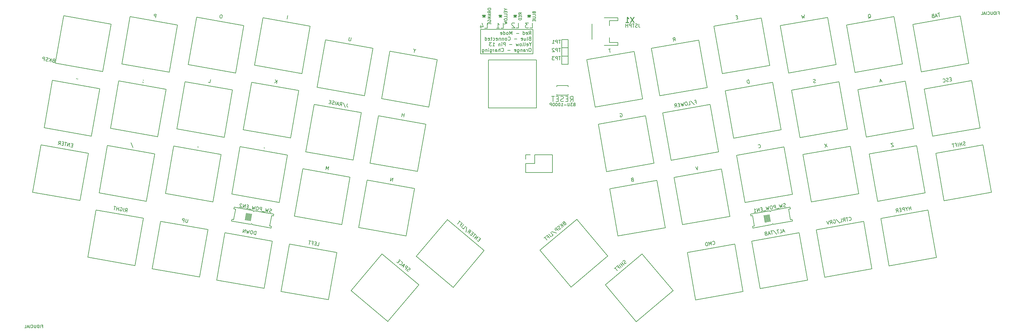
<source format=gbr>
G04 #@! TF.GenerationSoftware,KiCad,Pcbnew,(6.0.0-rc1-dev-1469-g932b9a334)*
G04 #@! TF.CreationDate,2019-08-07T07:36:24-07:00
G04 #@! TF.ProjectId,Laptreus-v2,4c617074-7265-4757-932d-76322e6b6963,rev?*
G04 #@! TF.SameCoordinates,Original*
G04 #@! TF.FileFunction,Legend,Bot*
G04 #@! TF.FilePolarity,Positive*
%FSLAX46Y46*%
G04 Gerber Fmt 4.6, Leading zero omitted, Abs format (unit mm)*
G04 Created by KiCad (PCBNEW (6.0.0-rc1-dev-1469-g932b9a334)) date Wednesday, August 07, 2019 at 07:36:24 AM*
%MOMM*%
%LPD*%
G04 APERTURE LIST*
%ADD10C,0.150000*%
%ADD11C,0.200000*%
%ADD12C,0.250000*%
G04 APERTURE END LIST*
D10*
X223850041Y-77916677D02*
X223850041Y-85066677D01*
X239075041Y-77916677D02*
X223850041Y-77916677D01*
X239075041Y-85066677D02*
X239075041Y-77916677D01*
X223850041Y-85066677D02*
X239075041Y-85066677D01*
X237929748Y-79472069D02*
X238263081Y-78995879D01*
X238501176Y-79472069D02*
X238501176Y-78472069D01*
X238120224Y-78472069D01*
X238024986Y-78519689D01*
X237977367Y-78567308D01*
X237929748Y-78662546D01*
X237929748Y-78805403D01*
X237977367Y-78900641D01*
X238024986Y-78948260D01*
X238120224Y-78995879D01*
X238501176Y-78995879D01*
X237120224Y-79424450D02*
X237215462Y-79472069D01*
X237405938Y-79472069D01*
X237501176Y-79424450D01*
X237548795Y-79329212D01*
X237548795Y-78948260D01*
X237501176Y-78853022D01*
X237405938Y-78805403D01*
X237215462Y-78805403D01*
X237120224Y-78853022D01*
X237072605Y-78948260D01*
X237072605Y-79043498D01*
X237548795Y-79138736D01*
X236215462Y-79472069D02*
X236215462Y-78472069D01*
X236215462Y-79424450D02*
X236310700Y-79472069D01*
X236501176Y-79472069D01*
X236596414Y-79424450D01*
X236644033Y-79376831D01*
X236691652Y-79281593D01*
X236691652Y-78995879D01*
X236644033Y-78900641D01*
X236596414Y-78853022D01*
X236501176Y-78805403D01*
X236310700Y-78805403D01*
X236215462Y-78853022D01*
X234977367Y-79091117D02*
X234215462Y-79091117D01*
X232977367Y-79472069D02*
X232977367Y-78472069D01*
X232644033Y-79186355D01*
X232310700Y-78472069D01*
X232310700Y-79472069D01*
X231691652Y-79472069D02*
X231786891Y-79424450D01*
X231834510Y-79376831D01*
X231882129Y-79281593D01*
X231882129Y-78995879D01*
X231834510Y-78900641D01*
X231786891Y-78853022D01*
X231691652Y-78805403D01*
X231548795Y-78805403D01*
X231453557Y-78853022D01*
X231405938Y-78900641D01*
X231358319Y-78995879D01*
X231358319Y-79281593D01*
X231405938Y-79376831D01*
X231453557Y-79424450D01*
X231548795Y-79472069D01*
X231691652Y-79472069D01*
X230501176Y-79472069D02*
X230501176Y-78472069D01*
X230501176Y-79424450D02*
X230596414Y-79472069D01*
X230786891Y-79472069D01*
X230882129Y-79424450D01*
X230929748Y-79376831D01*
X230977367Y-79281593D01*
X230977367Y-78995879D01*
X230929748Y-78900641D01*
X230882129Y-78853022D01*
X230786891Y-78805403D01*
X230596414Y-78805403D01*
X230501176Y-78853022D01*
X229644033Y-79424450D02*
X229739272Y-79472069D01*
X229929748Y-79472069D01*
X230024986Y-79424450D01*
X230072605Y-79329212D01*
X230072605Y-78948260D01*
X230024986Y-78853022D01*
X229929748Y-78805403D01*
X229739272Y-78805403D01*
X229644033Y-78853022D01*
X229596414Y-78948260D01*
X229596414Y-79043498D01*
X230072605Y-79138736D01*
X238167843Y-80598260D02*
X238024986Y-80645879D01*
X237977367Y-80693498D01*
X237929748Y-80788736D01*
X237929748Y-80931593D01*
X237977367Y-81026831D01*
X238024986Y-81074450D01*
X238120224Y-81122069D01*
X238501176Y-81122069D01*
X238501176Y-80122069D01*
X238167843Y-80122069D01*
X238072605Y-80169689D01*
X238024986Y-80217308D01*
X237977367Y-80312546D01*
X237977367Y-80407784D01*
X238024986Y-80503022D01*
X238072605Y-80550641D01*
X238167843Y-80598260D01*
X238501176Y-80598260D01*
X237358319Y-81122069D02*
X237453557Y-81074450D01*
X237501176Y-80979212D01*
X237501176Y-80122069D01*
X236548795Y-80455403D02*
X236548795Y-81122069D01*
X236977367Y-80455403D02*
X236977367Y-80979212D01*
X236929748Y-81074450D01*
X236834510Y-81122069D01*
X236691652Y-81122069D01*
X236596414Y-81074450D01*
X236548795Y-81026831D01*
X235691652Y-81074450D02*
X235786891Y-81122069D01*
X235977367Y-81122069D01*
X236072605Y-81074450D01*
X236120224Y-80979212D01*
X236120224Y-80598260D01*
X236072605Y-80503022D01*
X235977367Y-80455403D01*
X235786891Y-80455403D01*
X235691652Y-80503022D01*
X235644033Y-80598260D01*
X235644033Y-80693498D01*
X236120224Y-80788736D01*
X234453557Y-80741117D02*
X233691652Y-80741117D01*
X231882129Y-81026831D02*
X231929748Y-81074450D01*
X232072605Y-81122069D01*
X232167843Y-81122069D01*
X232310700Y-81074450D01*
X232405938Y-80979212D01*
X232453557Y-80883974D01*
X232501176Y-80693498D01*
X232501176Y-80550641D01*
X232453557Y-80360165D01*
X232405938Y-80264927D01*
X232310700Y-80169689D01*
X232167843Y-80122069D01*
X232072605Y-80122069D01*
X231929748Y-80169689D01*
X231882129Y-80217308D01*
X231310700Y-81122069D02*
X231405938Y-81074450D01*
X231453557Y-81026831D01*
X231501176Y-80931593D01*
X231501176Y-80645879D01*
X231453557Y-80550641D01*
X231405938Y-80503022D01*
X231310700Y-80455403D01*
X231167843Y-80455403D01*
X231072605Y-80503022D01*
X231024986Y-80550641D01*
X230977367Y-80645879D01*
X230977367Y-80931593D01*
X231024986Y-81026831D01*
X231072605Y-81074450D01*
X231167843Y-81122069D01*
X231310700Y-81122069D01*
X230548795Y-80455403D02*
X230548795Y-81122069D01*
X230548795Y-80550641D02*
X230501176Y-80503022D01*
X230405938Y-80455403D01*
X230263081Y-80455403D01*
X230167843Y-80503022D01*
X230120224Y-80598260D01*
X230120224Y-81122069D01*
X229644033Y-80455403D02*
X229644033Y-81122069D01*
X229644033Y-80550641D02*
X229596414Y-80503022D01*
X229501176Y-80455403D01*
X229358319Y-80455403D01*
X229263081Y-80503022D01*
X229215462Y-80598260D01*
X229215462Y-81122069D01*
X228358319Y-81074450D02*
X228453557Y-81122069D01*
X228644033Y-81122069D01*
X228739272Y-81074450D01*
X228786891Y-80979212D01*
X228786891Y-80598260D01*
X228739272Y-80503022D01*
X228644033Y-80455403D01*
X228453557Y-80455403D01*
X228358319Y-80503022D01*
X228310700Y-80598260D01*
X228310700Y-80693498D01*
X228786891Y-80788736D01*
X227453557Y-81074450D02*
X227548795Y-81122069D01*
X227739272Y-81122069D01*
X227834510Y-81074450D01*
X227882129Y-81026831D01*
X227929748Y-80931593D01*
X227929748Y-80645879D01*
X227882129Y-80550641D01*
X227834510Y-80503022D01*
X227739272Y-80455403D01*
X227548795Y-80455403D01*
X227453557Y-80503022D01*
X227167843Y-80455403D02*
X226786891Y-80455403D01*
X227024986Y-80122069D02*
X227024986Y-80979212D01*
X226977367Y-81074450D01*
X226882129Y-81122069D01*
X226786891Y-81122069D01*
X226072605Y-81074450D02*
X226167843Y-81122069D01*
X226358319Y-81122069D01*
X226453557Y-81074450D01*
X226501176Y-80979212D01*
X226501176Y-80598260D01*
X226453557Y-80503022D01*
X226358319Y-80455403D01*
X226167843Y-80455403D01*
X226072605Y-80503022D01*
X226024986Y-80598260D01*
X226024986Y-80693498D01*
X226501176Y-80788736D01*
X225167843Y-81122069D02*
X225167843Y-80122069D01*
X225167843Y-81074450D02*
X225263081Y-81122069D01*
X225453557Y-81122069D01*
X225548795Y-81074450D01*
X225596414Y-81026831D01*
X225644033Y-80931593D01*
X225644033Y-80645879D01*
X225596414Y-80550641D01*
X225548795Y-80503022D01*
X225453557Y-80455403D01*
X225263081Y-80455403D01*
X225167843Y-80503022D01*
X238310700Y-82295879D02*
X238310700Y-82772069D01*
X238644033Y-81772069D02*
X238310700Y-82295879D01*
X237977367Y-81772069D01*
X237263081Y-82724450D02*
X237358319Y-82772069D01*
X237548795Y-82772069D01*
X237644033Y-82724450D01*
X237691652Y-82629212D01*
X237691652Y-82248260D01*
X237644033Y-82153022D01*
X237548795Y-82105403D01*
X237358319Y-82105403D01*
X237263081Y-82153022D01*
X237215462Y-82248260D01*
X237215462Y-82343498D01*
X237691652Y-82438736D01*
X236644033Y-82772069D02*
X236739272Y-82724450D01*
X236786891Y-82629212D01*
X236786891Y-81772069D01*
X236120224Y-82772069D02*
X236215462Y-82724450D01*
X236263081Y-82629212D01*
X236263081Y-81772069D01*
X235596414Y-82772069D02*
X235691652Y-82724450D01*
X235739272Y-82676831D01*
X235786891Y-82581593D01*
X235786891Y-82295879D01*
X235739272Y-82200641D01*
X235691652Y-82153022D01*
X235596414Y-82105403D01*
X235453557Y-82105403D01*
X235358319Y-82153022D01*
X235310700Y-82200641D01*
X235263081Y-82295879D01*
X235263081Y-82581593D01*
X235310700Y-82676831D01*
X235358319Y-82724450D01*
X235453557Y-82772069D01*
X235596414Y-82772069D01*
X234929748Y-82105403D02*
X234739272Y-82772069D01*
X234548795Y-82295879D01*
X234358319Y-82772069D01*
X234167843Y-82105403D01*
X233024986Y-82391117D02*
X232263081Y-82391117D01*
X231024986Y-82772069D02*
X231024986Y-81772069D01*
X230644033Y-81772069D01*
X230548795Y-81819689D01*
X230501176Y-81867308D01*
X230453557Y-81962546D01*
X230453557Y-82105403D01*
X230501176Y-82200641D01*
X230548795Y-82248260D01*
X230644033Y-82295879D01*
X231024986Y-82295879D01*
X230024986Y-82772069D02*
X230024986Y-82105403D01*
X230024986Y-81772069D02*
X230072605Y-81819689D01*
X230024986Y-81867308D01*
X229977367Y-81819689D01*
X230024986Y-81772069D01*
X230024986Y-81867308D01*
X229548795Y-82105403D02*
X229548795Y-82772069D01*
X229548795Y-82200641D02*
X229501176Y-82153022D01*
X229405938Y-82105403D01*
X229263081Y-82105403D01*
X229167843Y-82153022D01*
X229120224Y-82248260D01*
X229120224Y-82772069D01*
X227358319Y-82772069D02*
X227929748Y-82772069D01*
X227644033Y-82772069D02*
X227644033Y-81772069D01*
X227739272Y-81914927D01*
X227834510Y-82010165D01*
X227929748Y-82057784D01*
X227024986Y-81772069D02*
X226405938Y-81772069D01*
X226739272Y-82153022D01*
X226596414Y-82153022D01*
X226501176Y-82200641D01*
X226453557Y-82248260D01*
X226405938Y-82343498D01*
X226405938Y-82581593D01*
X226453557Y-82676831D01*
X226501176Y-82724450D01*
X226596414Y-82772069D01*
X226882129Y-82772069D01*
X226977367Y-82724450D01*
X227024986Y-82676831D01*
X238310700Y-83422069D02*
X238120224Y-83422069D01*
X238024986Y-83469689D01*
X237929748Y-83564927D01*
X237882129Y-83755403D01*
X237882129Y-84088736D01*
X237929748Y-84279212D01*
X238024986Y-84374450D01*
X238120224Y-84422069D01*
X238310700Y-84422069D01*
X238405938Y-84374450D01*
X238501176Y-84279212D01*
X238548795Y-84088736D01*
X238548795Y-83755403D01*
X238501176Y-83564927D01*
X238405938Y-83469689D01*
X238310700Y-83422069D01*
X237453557Y-84422069D02*
X237453557Y-83755403D01*
X237453557Y-83945879D02*
X237405938Y-83850641D01*
X237358319Y-83803022D01*
X237263081Y-83755403D01*
X237167843Y-83755403D01*
X236405938Y-84422069D02*
X236405938Y-83898260D01*
X236453557Y-83803022D01*
X236548795Y-83755403D01*
X236739272Y-83755403D01*
X236834510Y-83803022D01*
X236405938Y-84374450D02*
X236501176Y-84422069D01*
X236739272Y-84422069D01*
X236834510Y-84374450D01*
X236882129Y-84279212D01*
X236882129Y-84183974D01*
X236834510Y-84088736D01*
X236739272Y-84041117D01*
X236501176Y-84041117D01*
X236405938Y-83993498D01*
X235929748Y-83755403D02*
X235929748Y-84422069D01*
X235929748Y-83850641D02*
X235882129Y-83803022D01*
X235786891Y-83755403D01*
X235644033Y-83755403D01*
X235548795Y-83803022D01*
X235501176Y-83898260D01*
X235501176Y-84422069D01*
X234596414Y-83755403D02*
X234596414Y-84564927D01*
X234644033Y-84660165D01*
X234691652Y-84707784D01*
X234786891Y-84755403D01*
X234929748Y-84755403D01*
X235024986Y-84707784D01*
X234596414Y-84374450D02*
X234691652Y-84422069D01*
X234882129Y-84422069D01*
X234977367Y-84374450D01*
X235024986Y-84326831D01*
X235072605Y-84231593D01*
X235072605Y-83945879D01*
X235024986Y-83850641D01*
X234977367Y-83803022D01*
X234882129Y-83755403D01*
X234691652Y-83755403D01*
X234596414Y-83803022D01*
X233739272Y-84374450D02*
X233834510Y-84422069D01*
X234024986Y-84422069D01*
X234120224Y-84374450D01*
X234167843Y-84279212D01*
X234167843Y-83898260D01*
X234120224Y-83803022D01*
X234024986Y-83755403D01*
X233834510Y-83755403D01*
X233739272Y-83803022D01*
X233691652Y-83898260D01*
X233691652Y-83993498D01*
X234167843Y-84088736D01*
X232501176Y-84041117D02*
X231739272Y-84041117D01*
X229929748Y-84326831D02*
X229977367Y-84374450D01*
X230120224Y-84422069D01*
X230215462Y-84422069D01*
X230358319Y-84374450D01*
X230453557Y-84279212D01*
X230501176Y-84183974D01*
X230548795Y-83993498D01*
X230548795Y-83850641D01*
X230501176Y-83660165D01*
X230453557Y-83564927D01*
X230358319Y-83469689D01*
X230215462Y-83422069D01*
X230120224Y-83422069D01*
X229977367Y-83469689D01*
X229929748Y-83517308D01*
X229501176Y-84422069D02*
X229501176Y-83422069D01*
X229072605Y-84422069D02*
X229072605Y-83898260D01*
X229120224Y-83803022D01*
X229215462Y-83755403D01*
X229358319Y-83755403D01*
X229453557Y-83803022D01*
X229501176Y-83850641D01*
X228167843Y-84422069D02*
X228167843Y-83898260D01*
X228215462Y-83803022D01*
X228310700Y-83755403D01*
X228501176Y-83755403D01*
X228596414Y-83803022D01*
X228167843Y-84374450D02*
X228263081Y-84422069D01*
X228501176Y-84422069D01*
X228596414Y-84374450D01*
X228644033Y-84279212D01*
X228644033Y-84183974D01*
X228596414Y-84088736D01*
X228501176Y-84041117D01*
X228263081Y-84041117D01*
X228167843Y-83993498D01*
X227691652Y-84422069D02*
X227691652Y-83755403D01*
X227691652Y-83945879D02*
X227644033Y-83850641D01*
X227596414Y-83803022D01*
X227501176Y-83755403D01*
X227405938Y-83755403D01*
X226644033Y-83755403D02*
X226644033Y-84564927D01*
X226691652Y-84660165D01*
X226739272Y-84707784D01*
X226834510Y-84755403D01*
X226977367Y-84755403D01*
X227072605Y-84707784D01*
X226644033Y-84374450D02*
X226739272Y-84422069D01*
X226929748Y-84422069D01*
X227024986Y-84374450D01*
X227072605Y-84326831D01*
X227120224Y-84231593D01*
X227120224Y-83945879D01*
X227072605Y-83850641D01*
X227024986Y-83803022D01*
X226929748Y-83755403D01*
X226739272Y-83755403D01*
X226644033Y-83803022D01*
X226167843Y-84422069D02*
X226167843Y-83755403D01*
X226167843Y-83422069D02*
X226215462Y-83469689D01*
X226167843Y-83517308D01*
X226120224Y-83469689D01*
X226167843Y-83422069D01*
X226167843Y-83517308D01*
X225691652Y-83755403D02*
X225691652Y-84422069D01*
X225691652Y-83850641D02*
X225644033Y-83803022D01*
X225548795Y-83755403D01*
X225405938Y-83755403D01*
X225310700Y-83803022D01*
X225263081Y-83898260D01*
X225263081Y-84422069D01*
X224358319Y-83755403D02*
X224358319Y-84564927D01*
X224405938Y-84660165D01*
X224453557Y-84707784D01*
X224548795Y-84755403D01*
X224691652Y-84755403D01*
X224786891Y-84707784D01*
X224358319Y-84374450D02*
X224453557Y-84422069D01*
X224644033Y-84422069D01*
X224739272Y-84374450D01*
X224786891Y-84326831D01*
X224834510Y-84231593D01*
X224834510Y-83945879D01*
X224786891Y-83850641D01*
X224739272Y-83803022D01*
X224644033Y-83755403D01*
X224453557Y-83755403D01*
X224358319Y-83803022D01*
D11*
X249890343Y-98948260D02*
X250390343Y-98233974D01*
X250747486Y-98948260D02*
X250747486Y-97448260D01*
X250176057Y-97448260D01*
X250033200Y-97519689D01*
X249961772Y-97591117D01*
X249890343Y-97733974D01*
X249890343Y-97948260D01*
X249961772Y-98091117D01*
X250033200Y-98162546D01*
X250176057Y-98233974D01*
X250747486Y-98233974D01*
X249247486Y-98162546D02*
X248747486Y-98162546D01*
X248533200Y-98948260D02*
X249247486Y-98948260D01*
X249247486Y-97448260D01*
X248533200Y-97448260D01*
X247961772Y-98876831D02*
X247747486Y-98948260D01*
X247390343Y-98948260D01*
X247247486Y-98876831D01*
X247176057Y-98805403D01*
X247104629Y-98662546D01*
X247104629Y-98519689D01*
X247176057Y-98376831D01*
X247247486Y-98305403D01*
X247390343Y-98233974D01*
X247676057Y-98162546D01*
X247818914Y-98091117D01*
X247890343Y-98019689D01*
X247961772Y-97876831D01*
X247961772Y-97733974D01*
X247890343Y-97591117D01*
X247818914Y-97519689D01*
X247676057Y-97448260D01*
X247318914Y-97448260D01*
X247104629Y-97519689D01*
X246461772Y-98162546D02*
X245961772Y-98162546D01*
X245747486Y-98948260D02*
X246461772Y-98948260D01*
X246461772Y-97448260D01*
X245747486Y-97448260D01*
X245318914Y-97448260D02*
X244461772Y-97448260D01*
X244890343Y-98948260D02*
X244890343Y-97448260D01*
D10*
X251071295Y-99808974D02*
X250949867Y-99849450D01*
X250909391Y-99889927D01*
X250868914Y-99970879D01*
X250868914Y-100092308D01*
X250909391Y-100173260D01*
X250949867Y-100213736D01*
X251030819Y-100254212D01*
X251354629Y-100254212D01*
X251354629Y-99404212D01*
X251071295Y-99404212D01*
X250990343Y-99444689D01*
X250949867Y-99485165D01*
X250909391Y-99566117D01*
X250909391Y-99647069D01*
X250949867Y-99728022D01*
X250990343Y-99768498D01*
X251071295Y-99808974D01*
X251354629Y-99808974D01*
X250585581Y-99404212D02*
X250059391Y-99404212D01*
X250342724Y-99728022D01*
X250221295Y-99728022D01*
X250140343Y-99768498D01*
X250099867Y-99808974D01*
X250059391Y-99889927D01*
X250059391Y-100092308D01*
X250099867Y-100173260D01*
X250140343Y-100213736D01*
X250221295Y-100254212D01*
X250464152Y-100254212D01*
X250545105Y-100213736D01*
X250585581Y-100173260D01*
X249695105Y-99404212D02*
X249695105Y-100092308D01*
X249654629Y-100173260D01*
X249614152Y-100213736D01*
X249533200Y-100254212D01*
X249371295Y-100254212D01*
X249290343Y-100213736D01*
X249249867Y-100173260D01*
X249209391Y-100092308D01*
X249209391Y-99404212D01*
X248804629Y-99930403D02*
X248157010Y-99930403D01*
X247307010Y-100254212D02*
X247792724Y-100254212D01*
X247549867Y-100254212D02*
X247549867Y-99404212D01*
X247630819Y-99525641D01*
X247711772Y-99606593D01*
X247792724Y-99647069D01*
X246780819Y-99404212D02*
X246699867Y-99404212D01*
X246618914Y-99444689D01*
X246578438Y-99485165D01*
X246537962Y-99566117D01*
X246497486Y-99728022D01*
X246497486Y-99930403D01*
X246537962Y-100092308D01*
X246578438Y-100173260D01*
X246618914Y-100213736D01*
X246699867Y-100254212D01*
X246780819Y-100254212D01*
X246861772Y-100213736D01*
X246902248Y-100173260D01*
X246942724Y-100092308D01*
X246983200Y-99930403D01*
X246983200Y-99728022D01*
X246942724Y-99566117D01*
X246902248Y-99485165D01*
X246861772Y-99444689D01*
X246780819Y-99404212D01*
X245971295Y-99404212D02*
X245890343Y-99404212D01*
X245809391Y-99444689D01*
X245768914Y-99485165D01*
X245728438Y-99566117D01*
X245687962Y-99728022D01*
X245687962Y-99930403D01*
X245728438Y-100092308D01*
X245768914Y-100173260D01*
X245809391Y-100213736D01*
X245890343Y-100254212D01*
X245971295Y-100254212D01*
X246052248Y-100213736D01*
X246092724Y-100173260D01*
X246133200Y-100092308D01*
X246173676Y-99930403D01*
X246173676Y-99728022D01*
X246133200Y-99566117D01*
X246092724Y-99485165D01*
X246052248Y-99444689D01*
X245971295Y-99404212D01*
X245161772Y-99404212D02*
X245080819Y-99404212D01*
X244999867Y-99444689D01*
X244959391Y-99485165D01*
X244918914Y-99566117D01*
X244878438Y-99728022D01*
X244878438Y-99930403D01*
X244918914Y-100092308D01*
X244959391Y-100173260D01*
X244999867Y-100213736D01*
X245080819Y-100254212D01*
X245161772Y-100254212D01*
X245242724Y-100213736D01*
X245283200Y-100173260D01*
X245323676Y-100092308D01*
X245364152Y-99930403D01*
X245364152Y-99728022D01*
X245323676Y-99566117D01*
X245283200Y-99485165D01*
X245242724Y-99444689D01*
X245161772Y-99404212D01*
X244514152Y-100254212D02*
X244514152Y-99404212D01*
X244190343Y-99404212D01*
X244109391Y-99444689D01*
X244068914Y-99485165D01*
X244028438Y-99566117D01*
X244028438Y-99687546D01*
X244068914Y-99768498D01*
X244109391Y-99808974D01*
X244190343Y-99849450D01*
X244514152Y-99849450D01*
G04 #@! TO.C,X1*
X256311772Y-76344689D02*
X256311772Y-80844689D01*
X259811772Y-82594689D02*
X263811772Y-82594689D01*
X263811772Y-82594689D02*
X263811772Y-81744689D01*
X263811772Y-81744689D02*
X261311772Y-81744689D01*
X261311772Y-81744689D02*
X261311772Y-80344689D01*
X261311772Y-76844689D02*
X261311772Y-75444689D01*
X261311772Y-75444689D02*
X263811772Y-75444689D01*
X263811772Y-75444689D02*
X263811772Y-74594689D01*
X263811772Y-74594689D02*
X259811772Y-74594689D01*
G04 #@! TO.C,SW11*
X133212534Y-90431213D02*
X135643609Y-76643904D01*
X135643609Y-76643904D02*
X121856300Y-74212829D01*
X119425225Y-88000138D02*
X133212534Y-90431213D01*
X121856300Y-74212829D02*
X119425225Y-88000138D01*
G04 #@! TO.C,SW12*
X113889889Y-90203883D02*
X116320964Y-76416574D01*
X116320964Y-76416574D02*
X102533655Y-73985499D01*
X100102580Y-87772808D02*
X113889889Y-90203883D01*
X102533655Y-73985499D02*
X100102580Y-87772808D01*
G04 #@! TO.C,SW47*
X130692894Y-133802590D02*
X128261819Y-147589899D01*
X128261819Y-147589899D02*
X142049128Y-150020974D01*
X144480203Y-136233665D02*
X130692894Y-133802590D01*
X142049128Y-150020974D02*
X144480203Y-136233665D01*
G04 #@! TO.C,SW24*
X110592616Y-109010567D02*
X113023691Y-95223258D01*
X113023691Y-95223258D02*
X99236382Y-92792183D01*
X96805307Y-106579492D02*
X110592616Y-109010567D01*
X99236382Y-92792183D02*
X96805307Y-106579492D01*
G04 #@! TO.C,SW_RESET2*
X226111772Y-86794688D02*
X226111772Y-100794688D01*
X226111772Y-100794688D02*
X240111772Y-100794688D01*
X240111772Y-86794688D02*
X226111772Y-86794688D01*
X240111772Y-100794688D02*
X240111772Y-86794688D01*
G04 #@! TO.C,SW1*
X349692212Y-76505245D02*
X352123287Y-90292554D01*
X352123287Y-90292554D02*
X365910596Y-87861479D01*
X363479521Y-74074170D02*
X349692212Y-76505245D01*
X365910596Y-87861479D02*
X363479521Y-74074170D01*
G04 #@! TO.C,SW2*
X330380293Y-76686478D02*
X332811368Y-90473787D01*
X332811368Y-90473787D02*
X346598677Y-88042712D01*
X344167602Y-74255403D02*
X330380293Y-76686478D01*
X346598677Y-88042712D02*
X344167602Y-74255403D01*
G04 #@! TO.C,SW3*
X311068372Y-76867712D02*
X313499447Y-90655021D01*
X313499447Y-90655021D02*
X327286756Y-88223946D01*
X324855681Y-74436637D02*
X311068372Y-76867712D01*
X327286756Y-88223946D02*
X324855681Y-74436637D01*
G04 #@! TO.C,SW4*
X291756451Y-77048945D02*
X294187526Y-90836254D01*
X294187526Y-90836254D02*
X307974835Y-88405179D01*
X305543760Y-74617870D02*
X291756451Y-77048945D01*
X307974835Y-88405179D02*
X305543760Y-74617870D01*
G04 #@! TO.C,SW5*
X273547198Y-83483707D02*
X275978273Y-97271016D01*
X275978273Y-97271016D02*
X289765582Y-94839941D01*
X287334507Y-81052632D02*
X273547198Y-83483707D01*
X289765582Y-94839941D02*
X287334507Y-81052632D01*
G04 #@! TO.C,SW6*
X254786609Y-86791704D02*
X257217684Y-100579013D01*
X257217684Y-100579013D02*
X271004993Y-98147938D01*
X268573918Y-84360629D02*
X254786609Y-86791704D01*
X271004993Y-98147938D02*
X268573918Y-84360629D01*
G04 #@! TO.C,SW7*
X197449984Y-84318054D02*
X195018909Y-98105363D01*
X195018909Y-98105363D02*
X208806218Y-100536438D01*
X211237293Y-86749129D02*
X197449984Y-84318054D01*
X208806218Y-100536438D02*
X211237293Y-86749129D01*
G04 #@! TO.C,SW8*
X178689396Y-81010057D02*
X176258321Y-94797366D01*
X176258321Y-94797366D02*
X190045630Y-97228441D01*
X192476705Y-83441132D02*
X178689396Y-81010057D01*
X190045630Y-97228441D02*
X192476705Y-83441132D01*
G04 #@! TO.C,SW9*
X160480141Y-74575295D02*
X158049066Y-88362604D01*
X158049066Y-88362604D02*
X171836375Y-90793679D01*
X174267450Y-77006370D02*
X160480141Y-74575295D01*
X171836375Y-90793679D02*
X174267450Y-77006370D01*
G04 #@! TO.C,SW10*
X141168222Y-74394061D02*
X138737147Y-88181370D01*
X138737147Y-88181370D02*
X152524456Y-90612445D01*
X154955531Y-76825136D02*
X141168222Y-74394061D01*
X152524456Y-90612445D02*
X154955531Y-76825136D01*
G04 #@! TO.C,SW13*
X369218596Y-106622068D02*
X366787521Y-92834759D01*
X366787521Y-92834759D02*
X353000212Y-95265834D01*
X355431287Y-109053143D02*
X369218596Y-106622068D01*
X353000212Y-95265834D02*
X355431287Y-109053143D01*
G04 #@! TO.C,SW14*
X349906674Y-106803299D02*
X347475599Y-93015990D01*
X347475599Y-93015990D02*
X333688290Y-95447065D01*
X336119365Y-109234374D02*
X349906674Y-106803299D01*
X333688290Y-95447065D02*
X336119365Y-109234374D01*
G04 #@! TO.C,SW15*
X314376371Y-95628298D02*
X316807446Y-109415607D01*
X316807446Y-109415607D02*
X330594755Y-106984532D01*
X328163680Y-93197223D02*
X314376371Y-95628298D01*
X330594755Y-106984532D02*
X328163680Y-93197223D01*
G04 #@! TO.C,SW16*
X295064449Y-95809532D02*
X297495524Y-109596841D01*
X297495524Y-109596841D02*
X311282833Y-107165766D01*
X308851758Y-93378457D02*
X295064449Y-95809532D01*
X311282833Y-107165766D02*
X308851758Y-93378457D01*
G04 #@! TO.C,SW17*
X276855194Y-102244295D02*
X279286269Y-116031604D01*
X279286269Y-116031604D02*
X293073578Y-113600529D01*
X290642503Y-99813220D02*
X276855194Y-102244295D01*
X293073578Y-113600529D02*
X290642503Y-99813220D01*
G04 #@! TO.C,SW18*
X258094607Y-105552293D02*
X260525682Y-119339602D01*
X260525682Y-119339602D02*
X274312991Y-116908527D01*
X271881916Y-103121218D02*
X258094607Y-105552293D01*
X274312991Y-116908527D02*
X271881916Y-103121218D01*
G04 #@! TO.C,SW19*
X194141986Y-103078642D02*
X191710911Y-116865951D01*
X191710911Y-116865951D02*
X205498220Y-119297026D01*
X207929295Y-105509717D02*
X194141986Y-103078642D01*
X205498220Y-119297026D02*
X207929295Y-105509717D01*
G04 #@! TO.C,SW20*
X175381400Y-99770643D02*
X172950325Y-113557952D01*
X172950325Y-113557952D02*
X186737634Y-115989027D01*
X189168709Y-102201718D02*
X175381400Y-99770643D01*
X186737634Y-115989027D02*
X189168709Y-102201718D01*
G04 #@! TO.C,SW21*
X157172144Y-93335883D02*
X154741069Y-107123192D01*
X154741069Y-107123192D02*
X168528378Y-109554267D01*
X170959453Y-95766958D02*
X157172144Y-93335883D01*
X168528378Y-109554267D02*
X170959453Y-95766958D01*
G04 #@! TO.C,SW22*
X137860225Y-93154648D02*
X135429150Y-106941957D01*
X135429150Y-106941957D02*
X149216459Y-109373032D01*
X151647534Y-95585723D02*
X137860225Y-93154648D01*
X149216459Y-109373032D02*
X151647534Y-95585723D01*
G04 #@! TO.C,SW23*
X118548302Y-92973416D02*
X116117227Y-106760725D01*
X116117227Y-106760725D02*
X129904536Y-109191800D01*
X132335611Y-95404491D02*
X118548302Y-92973416D01*
X129904536Y-109191800D02*
X132335611Y-95404491D01*
G04 #@! TO.C,SW25*
X356308212Y-114026420D02*
X358739287Y-127813729D01*
X358739287Y-127813729D02*
X372526596Y-125382654D01*
X370095521Y-111595345D02*
X356308212Y-114026420D01*
X372526596Y-125382654D02*
X370095521Y-111595345D01*
G04 #@! TO.C,SW26*
X336996288Y-114207654D02*
X339427363Y-127994963D01*
X339427363Y-127994963D02*
X353214672Y-125563888D01*
X350783597Y-111776579D02*
X336996288Y-114207654D01*
X353214672Y-125563888D02*
X350783597Y-111776579D01*
G04 #@! TO.C,SW27*
X317684367Y-114388887D02*
X320115442Y-128176196D01*
X320115442Y-128176196D02*
X333902751Y-125745121D01*
X331471676Y-111957812D02*
X317684367Y-114388887D01*
X333902751Y-125745121D02*
X331471676Y-111957812D01*
G04 #@! TO.C,SW28*
X298372449Y-114570120D02*
X300803524Y-128357429D01*
X300803524Y-128357429D02*
X314590833Y-125926354D01*
X312159758Y-112139045D02*
X298372449Y-114570120D01*
X314590833Y-125926354D02*
X312159758Y-112139045D01*
G04 #@! TO.C,SW29*
X280163193Y-121004882D02*
X282594268Y-134792191D01*
X282594268Y-134792191D02*
X296381577Y-132361116D01*
X293950502Y-118573807D02*
X280163193Y-121004882D01*
X296381577Y-132361116D02*
X293950502Y-118573807D01*
G04 #@! TO.C,SW30*
X261402604Y-124312879D02*
X263833679Y-138100188D01*
X263833679Y-138100188D02*
X277620988Y-135669113D01*
X275189913Y-121881804D02*
X261402604Y-124312879D01*
X277620988Y-135669113D02*
X275189913Y-121881804D01*
G04 #@! TO.C,SW31*
X190833988Y-121839231D02*
X188402913Y-135626540D01*
X188402913Y-135626540D02*
X202190222Y-138057615D01*
X204621297Y-124270306D02*
X190833988Y-121839231D01*
X202190222Y-138057615D02*
X204621297Y-124270306D01*
G04 #@! TO.C,SW32*
X172073402Y-118531233D02*
X169642327Y-132318542D01*
X169642327Y-132318542D02*
X183429636Y-134749617D01*
X185860711Y-120962308D02*
X172073402Y-118531233D01*
X183429636Y-134749617D02*
X185860711Y-120962308D01*
G04 #@! TO.C,SW33*
X153864145Y-112096470D02*
X151433070Y-125883779D01*
X151433070Y-125883779D02*
X165220379Y-128314854D01*
X167651454Y-114527545D02*
X153864145Y-112096470D01*
X165220379Y-128314854D02*
X167651454Y-114527545D01*
G04 #@! TO.C,SW34*
X134552225Y-111915237D02*
X132121150Y-125702546D01*
X132121150Y-125702546D02*
X145908459Y-128133621D01*
X148339534Y-114346312D02*
X134552225Y-111915237D01*
X145908459Y-128133621D02*
X148339534Y-114346312D01*
G04 #@! TO.C,SW37*
X340304286Y-132968242D02*
X342735361Y-146755551D01*
X342735361Y-146755551D02*
X356522670Y-144324476D01*
X354091595Y-130537167D02*
X340304286Y-132968242D01*
X356522670Y-144324476D02*
X354091595Y-130537167D01*
G04 #@! TO.C,SW38*
X321543699Y-136276239D02*
X323974774Y-150063548D01*
X323974774Y-150063548D02*
X337762083Y-147632473D01*
X335331008Y-133845164D02*
X321543699Y-136276239D01*
X337762083Y-147632473D02*
X335331008Y-133845164D01*
G04 #@! TO.C,SW39*
X302783111Y-139584236D02*
X305214186Y-153371545D01*
X305214186Y-153371545D02*
X319001495Y-150940470D01*
X316570420Y-137153161D02*
X302783111Y-139584236D01*
X319001495Y-150940470D02*
X316570420Y-137153161D01*
G04 #@! TO.C,SW40*
X284022526Y-142892234D02*
X286453601Y-156679543D01*
X286453601Y-156679543D02*
X300240910Y-154248468D01*
X297809835Y-140461159D02*
X284022526Y-142892234D01*
X300240910Y-154248468D02*
X297809835Y-140461159D01*
G04 #@! TO.C,SW41*
X260150169Y-152270701D02*
X269149195Y-162995323D01*
X269149195Y-162995323D02*
X279873817Y-153996297D01*
X270874791Y-143271675D02*
X260150169Y-152270701D01*
X279873817Y-153996297D02*
X270874791Y-143271675D01*
G04 #@! TO.C,SW42*
X241149763Y-142205892D02*
X250148789Y-152930514D01*
X250148789Y-152930514D02*
X260873411Y-143931488D01*
X251874385Y-133206866D02*
X241149763Y-142205892D01*
X260873411Y-143931488D02*
X251874385Y-133206866D01*
G04 #@! TO.C,SW44*
X195149187Y-143269658D02*
X186150161Y-153994280D01*
X186150161Y-153994280D02*
X196874783Y-162993306D01*
X205873809Y-152268684D02*
X195149187Y-143269658D01*
X196874783Y-162993306D02*
X205873809Y-152268684D01*
G04 #@! TO.C,SW45*
X168214070Y-140418585D02*
X165782995Y-154205894D01*
X165782995Y-154205894D02*
X179570304Y-156636969D01*
X182001379Y-142849660D02*
X168214070Y-140418585D01*
X179570304Y-156636969D02*
X182001379Y-142849660D01*
G04 #@! TO.C,SW46*
X149453483Y-137110587D02*
X147022408Y-150897896D01*
X147022408Y-150897896D02*
X160809717Y-153328971D01*
X163240792Y-139541662D02*
X149453483Y-137110587D01*
X160809717Y-153328971D02*
X163240792Y-139541662D01*
G04 #@! TO.C,SW43*
X214149230Y-133303330D02*
X205150204Y-144027952D01*
X205150204Y-144027952D02*
X215874826Y-153026978D01*
X224873852Y-142302356D02*
X214149230Y-133303330D01*
X215874826Y-153026978D02*
X224873852Y-142302356D01*
G04 #@! TO.C,SW36*
X95928386Y-111552770D02*
X93497311Y-125340079D01*
X93497311Y-125340079D02*
X107284620Y-127771154D01*
X109715695Y-113983845D02*
X95928386Y-111552770D01*
X107284620Y-127771154D02*
X109715695Y-113983845D01*
G04 #@! TO.C,SW48*
X111932307Y-130494591D02*
X109501232Y-144281900D01*
X109501232Y-144281900D02*
X123288541Y-146712975D01*
X125719616Y-132925666D02*
X111932307Y-130494591D01*
X123288541Y-146712975D02*
X125719616Y-132925666D01*
G04 #@! TO.C,SW35*
X115240305Y-111734005D02*
X112809230Y-125521314D01*
X112809230Y-125521314D02*
X126596539Y-127952389D01*
X129027614Y-114165080D02*
X115240305Y-111734005D01*
X126596539Y-127952389D02*
X129027614Y-114165080D01*
G04 #@! TO.C,SW_RESET1*
X249361773Y-97094689D02*
X249361773Y-96794689D01*
X246061773Y-97094689D02*
X249361773Y-97094689D01*
X246061773Y-96794689D02*
X246061773Y-97094689D01*
X249361773Y-94294689D02*
X249361773Y-94594689D01*
X246061773Y-94294689D02*
X249361773Y-94294689D01*
X246061773Y-94594689D02*
X246061773Y-94294689D01*
G04 #@! TO.C,J2*
X236988293Y-114397333D02*
X236988293Y-115727333D01*
X238318293Y-114397333D02*
X236988293Y-114397333D01*
X236988293Y-116997333D02*
X236988293Y-119597333D01*
X239588293Y-116997333D02*
X236988293Y-116997333D01*
X239588293Y-114397333D02*
X239588293Y-116997333D01*
X236988293Y-119597333D02*
X244728293Y-119597333D01*
X239588293Y-114397333D02*
X244728293Y-114397333D01*
X244728293Y-114397333D02*
X244728293Y-119597333D01*
G04 #@! TO.C,SW_POW_EN2*
X156834997Y-133643878D02*
X157187850Y-131642749D01*
X156937709Y-131598642D02*
X156584856Y-133599772D01*
X156334715Y-133555665D02*
X156687568Y-131554536D01*
X156437427Y-131510429D02*
X156084574Y-133511558D01*
X155834432Y-133467452D02*
X156187287Y-131466323D01*
X155937144Y-131422216D02*
X155584291Y-133423345D01*
X155334150Y-133379239D02*
X155687003Y-131378109D01*
X151493819Y-133217921D02*
X151405606Y-133718204D01*
X151994102Y-133306135D02*
X151493819Y-133217921D01*
X152523381Y-130304441D02*
X151994102Y-133306135D01*
X152023099Y-130216227D02*
X152523381Y-130304441D01*
X152111312Y-129715945D02*
X152023099Y-130216227D01*
X157614418Y-130686291D02*
X152111312Y-129715945D01*
X157820452Y-130980539D02*
X157614418Y-130686291D01*
X158114700Y-130774504D02*
X157820452Y-130980539D01*
X163617806Y-131744850D02*
X158114700Y-130774504D01*
X163529593Y-132245133D02*
X163617806Y-131744850D01*
X163029310Y-132156919D02*
X163529593Y-132245133D01*
X162500031Y-135158613D02*
X163029310Y-132156919D01*
X163000313Y-135246827D02*
X162500031Y-135158613D01*
X162912100Y-135747109D02*
X163000313Y-135246827D01*
X157408994Y-134776763D02*
X162912100Y-135747109D01*
X157202960Y-134482515D02*
X157408994Y-134776763D01*
X156908712Y-134688550D02*
X157202960Y-134482515D01*
X151405606Y-133718204D02*
X156908712Y-134688550D01*
G04 #@! TO.C,TP3*
X249361773Y-88094687D02*
X249361773Y-85694687D01*
X247461773Y-88094687D02*
X249361773Y-88094687D01*
X247461773Y-85694687D02*
X247461773Y-88094687D01*
X249361773Y-85694687D02*
X247461773Y-85694687D01*
G04 #@! TO.C,TP2*
X249361774Y-85694689D02*
X249361774Y-83294689D01*
X247461774Y-85694689D02*
X249361774Y-85694689D01*
X247461774Y-83294689D02*
X247461774Y-85694689D01*
X249361774Y-83294689D02*
X247461774Y-83294689D01*
G04 #@! TO.C,TP1*
X249361772Y-83294689D02*
X249361772Y-80894689D01*
X247461772Y-83294689D02*
X249361772Y-83294689D01*
X247461772Y-80894689D02*
X247461772Y-83294689D01*
X249361772Y-80894689D02*
X247461772Y-80894689D01*
G04 #@! TO.C,L1*
G36*
X229608293Y-73893333D02*
G01*
X229989293Y-74401333D01*
X229227293Y-74401333D01*
X229608293Y-73893333D01*
G37*
X229608293Y-73893333D02*
X229989293Y-74401333D01*
X229227293Y-74401333D01*
X229608293Y-73893333D01*
G36*
X230052793Y-74006833D02*
G01*
X229163793Y-74006833D01*
X229163793Y-73816333D01*
X230052793Y-73816333D01*
X230052793Y-74006833D01*
G37*
X230052793Y-74006833D02*
X229163793Y-74006833D01*
X229163793Y-73816333D01*
X230052793Y-73816333D01*
X230052793Y-74006833D01*
G04 #@! TO.C,L3*
G36*
X237961772Y-73915689D02*
G01*
X238342772Y-74423689D01*
X237580772Y-74423689D01*
X237961772Y-73915689D01*
G37*
X237961772Y-73915689D02*
X238342772Y-74423689D01*
X237580772Y-74423689D01*
X237961772Y-73915689D01*
G36*
X238406272Y-74029189D02*
G01*
X237517272Y-74029189D01*
X237517272Y-73838689D01*
X238406272Y-73838689D01*
X238406272Y-74029189D01*
G37*
X238406272Y-74029189D02*
X237517272Y-74029189D01*
X237517272Y-73838689D01*
X238406272Y-73838689D01*
X238406272Y-74029189D01*
G04 #@! TO.C,L2*
G36*
X233908293Y-73893334D02*
G01*
X234289293Y-74401334D01*
X233527293Y-74401334D01*
X233908293Y-73893334D01*
G37*
X233908293Y-73893334D02*
X234289293Y-74401334D01*
X233527293Y-74401334D01*
X233908293Y-73893334D01*
G36*
X234352793Y-74006834D02*
G01*
X233463793Y-74006834D01*
X233463793Y-73816334D01*
X234352793Y-73816334D01*
X234352793Y-74006834D01*
G37*
X234352793Y-74006834D02*
X233463793Y-74006834D01*
X233463793Y-73816334D01*
X234352793Y-73816334D01*
X234352793Y-74006834D01*
G04 #@! TO.C,L4*
G36*
X224836772Y-73840689D02*
G01*
X225217772Y-74348689D01*
X224455772Y-74348689D01*
X224836772Y-73840689D01*
G37*
X224836772Y-73840689D02*
X225217772Y-74348689D01*
X224455772Y-74348689D01*
X224836772Y-73840689D01*
G36*
X225281272Y-73954189D02*
G01*
X224392272Y-73954189D01*
X224392272Y-73763689D01*
X225281272Y-73763689D01*
X225281272Y-73954189D01*
G37*
X225281272Y-73954189D02*
X224392272Y-73954189D01*
X224392272Y-73763689D01*
X225281272Y-73763689D01*
X225281272Y-73954189D01*
G04 #@! TO.C,SW_POW_EN1*
X308187852Y-133820305D02*
X307834999Y-131819176D01*
X307584858Y-131863282D02*
X307937711Y-133864412D01*
X307687570Y-133908518D02*
X307334717Y-131907389D01*
X307084576Y-131951496D02*
X307437429Y-133952625D01*
X307187289Y-133996731D02*
X306834434Y-131995602D01*
X306584293Y-132039709D02*
X306937146Y-134040838D01*
X306687005Y-134084945D02*
X306334152Y-132083815D01*
X303023101Y-135246827D02*
X303111314Y-135747109D01*
X303523383Y-135158613D02*
X303023101Y-135246827D01*
X302994104Y-132156919D02*
X303523383Y-135158613D01*
X302493821Y-132245133D02*
X302994104Y-132156919D01*
X302405608Y-131744850D02*
X302493821Y-132245133D01*
X307908714Y-130774504D02*
X302405608Y-131744850D01*
X308202962Y-130980539D02*
X307908714Y-130774504D01*
X308408996Y-130686291D02*
X308202962Y-130980539D01*
X313912102Y-129715945D02*
X308408996Y-130686291D01*
X314000315Y-130216227D02*
X313912102Y-129715945D01*
X313500033Y-130304441D02*
X314000315Y-130216227D01*
X314029312Y-133306135D02*
X313500033Y-130304441D01*
X314529595Y-133217921D02*
X314029312Y-133306135D01*
X314617808Y-133718204D02*
X314529595Y-133217921D01*
X309114702Y-134688550D02*
X314617808Y-133718204D01*
X308820454Y-134482515D02*
X309114702Y-134688550D01*
X308614420Y-134776763D02*
X308820454Y-134482515D01*
X303111314Y-135747109D02*
X308614420Y-134776763D01*
G04 #@! TO.C,X1*
D12*
X268459986Y-74373260D02*
X267459986Y-75873260D01*
X267459986Y-74373260D02*
X268459986Y-75873260D01*
X266102843Y-75873260D02*
X266959986Y-75873260D01*
X266531414Y-75873260D02*
X266531414Y-74373260D01*
X266674272Y-74587546D01*
X266817129Y-74730403D01*
X266959986Y-74801831D01*
D10*
X269865462Y-76322069D02*
X269865462Y-77036355D01*
X269913081Y-77179212D01*
X270008319Y-77274450D01*
X270151176Y-77322069D01*
X270246414Y-77322069D01*
X269436891Y-77274450D02*
X269294033Y-77322069D01*
X269055938Y-77322069D01*
X268960700Y-77274450D01*
X268913081Y-77226831D01*
X268865462Y-77131593D01*
X268865462Y-77036355D01*
X268913081Y-76941117D01*
X268960700Y-76893498D01*
X269055938Y-76845879D01*
X269246414Y-76798260D01*
X269341652Y-76750641D01*
X269389272Y-76703022D01*
X269436891Y-76607784D01*
X269436891Y-76512546D01*
X269389272Y-76417308D01*
X269341652Y-76369689D01*
X269246414Y-76322069D01*
X269008319Y-76322069D01*
X268865462Y-76369689D01*
X268579748Y-76322069D02*
X268008319Y-76322069D01*
X268294033Y-77322069D02*
X268294033Y-76322069D01*
X267674986Y-77322069D02*
X267674986Y-76322069D01*
X267294033Y-76322069D01*
X267198795Y-76369689D01*
X267151176Y-76417308D01*
X267103557Y-76512546D01*
X267103557Y-76655403D01*
X267151176Y-76750641D01*
X267198795Y-76798260D01*
X267294033Y-76845879D01*
X267674986Y-76845879D01*
X266674986Y-77322069D02*
X266674986Y-76322069D01*
X266674986Y-76798260D02*
X266103557Y-76798260D01*
X266103557Y-77322069D02*
X266103557Y-76322069D01*
G04 #@! TO.C,SW11*
X129291142Y-74560676D02*
X129464790Y-73575868D01*
X129089626Y-73509717D01*
X128987565Y-73540074D01*
X128932401Y-73578701D01*
X128868967Y-73664223D01*
X128844160Y-73804910D01*
X128874518Y-73906970D01*
X128913145Y-73962135D01*
X128998667Y-74025568D01*
X129373832Y-74091720D01*
G04 #@! TO.C,SW12*
X99534496Y-86990852D02*
X99385541Y-87012941D01*
X99330376Y-87051568D01*
X99266942Y-87137090D01*
X99242136Y-87277777D01*
X99272493Y-87379837D01*
X99311120Y-87435002D01*
X99396642Y-87498435D01*
X99771807Y-87564587D01*
X99945455Y-86579779D01*
X99617186Y-86521896D01*
X99515126Y-86552254D01*
X99459961Y-86590881D01*
X99396528Y-86676403D01*
X99379990Y-86770194D01*
X99410347Y-86872254D01*
X99448974Y-86927419D01*
X99534496Y-86990852D01*
X99862766Y-87048735D01*
X98786999Y-87390939D02*
X98960647Y-86406131D01*
X98224252Y-87291711D02*
X98745540Y-86803384D01*
X98397900Y-86306903D02*
X98861420Y-86968878D01*
X97857356Y-87178664D02*
X97708400Y-87200753D01*
X97473922Y-87159408D01*
X97388400Y-87095974D01*
X97349773Y-87040810D01*
X97319416Y-86938749D01*
X97335954Y-86844958D01*
X97399387Y-86759436D01*
X97454552Y-86720809D01*
X97556612Y-86690452D01*
X97752463Y-86676632D01*
X97854523Y-86646274D01*
X97909688Y-86607648D01*
X97973122Y-86522125D01*
X97989659Y-86428334D01*
X97959302Y-86326274D01*
X97920675Y-86271109D01*
X97835153Y-86207676D01*
X97600675Y-86166331D01*
X97451719Y-86188420D01*
X96864279Y-87051911D02*
X97037928Y-86067104D01*
X96662763Y-86000952D01*
X96560703Y-86031310D01*
X96505538Y-86069936D01*
X96442104Y-86155458D01*
X96417298Y-86296145D01*
X96447655Y-86398205D01*
X96486282Y-86453370D01*
X96571804Y-86516804D01*
X96946969Y-86582955D01*
G04 #@! TO.C,SW47*
X138698526Y-133236535D02*
X138557954Y-134033760D01*
X138494520Y-134119282D01*
X138439356Y-134157909D01*
X138337295Y-134188267D01*
X138149713Y-134155191D01*
X138064191Y-134091757D01*
X138025564Y-134036593D01*
X137995206Y-133934533D01*
X138135779Y-133137307D01*
X137493175Y-134039425D02*
X137666823Y-133054618D01*
X137291658Y-132988466D01*
X137189598Y-133018824D01*
X137134433Y-133057450D01*
X137071000Y-133142973D01*
X137046193Y-133283659D01*
X137076550Y-133385720D01*
X137115177Y-133440884D01*
X137200699Y-133504318D01*
X137575864Y-133570469D01*
G04 #@! TO.C,SW24*
X106619447Y-92213465D02*
X106586371Y-92401047D01*
X106244282Y-92147313D02*
X106211206Y-92334896D01*
G04 #@! TO.C,SW1*
X357443503Y-73160819D02*
X356880756Y-73260046D01*
X357335778Y-74195240D02*
X357162130Y-73210432D01*
X356723417Y-74013094D02*
X356254461Y-74095784D01*
X356866822Y-74277930D02*
X356364904Y-73351005D01*
X356210283Y-74393695D01*
X355462786Y-73993609D02*
X355330368Y-74065311D01*
X355291742Y-74120476D01*
X355261384Y-74222536D01*
X355286191Y-74363223D01*
X355349625Y-74448745D01*
X355404789Y-74487372D01*
X355506849Y-74517730D01*
X355882014Y-74451578D01*
X355708366Y-73466770D01*
X355380097Y-73524653D01*
X355294574Y-73588086D01*
X355255948Y-73643251D01*
X355225590Y-73745311D01*
X355242128Y-73839102D01*
X355305562Y-73924625D01*
X355360726Y-73963251D01*
X355462786Y-73993609D01*
X355791056Y-73935726D01*
G04 #@! TO.C,SW2*
X336750768Y-74697661D02*
X336836290Y-74634227D01*
X336913543Y-74523898D01*
X337029423Y-74358404D01*
X337114945Y-74294971D01*
X337208737Y-74278433D01*
X337203186Y-74521180D02*
X337288708Y-74457746D01*
X337365961Y-74347417D01*
X337379781Y-74151566D01*
X337321898Y-73823297D01*
X337241927Y-73643983D01*
X337131598Y-73566730D01*
X337029538Y-73536372D01*
X336841955Y-73569448D01*
X336756433Y-73632881D01*
X336679180Y-73743211D01*
X336665360Y-73939062D01*
X336723243Y-74267331D01*
X336803214Y-74446645D01*
X336913543Y-74523898D01*
X337015603Y-74554256D01*
X337203186Y-74521180D01*
G04 #@! TO.C,SW3*
X318045886Y-73659723D02*
X317985056Y-74685876D01*
X317673439Y-74015518D01*
X317609891Y-74752028D01*
X317201765Y-73808565D01*
G04 #@! TO.C,SW4*
X298605624Y-74347123D02*
X298277355Y-74405005D01*
X298227627Y-74945664D02*
X298696583Y-74862974D01*
X298522935Y-73878167D01*
X298053979Y-73960856D01*
G04 #@! TO.C,SW5*
X279971478Y-81388695D02*
X280217058Y-80861856D01*
X280534225Y-81289467D02*
X280360577Y-80304660D01*
X279985412Y-80370811D01*
X279899890Y-80434245D01*
X279861264Y-80489410D01*
X279830906Y-80591470D01*
X279855713Y-80732157D01*
X279919146Y-80817679D01*
X279974311Y-80856305D01*
X280076371Y-80886663D01*
X280451536Y-80820511D01*
G04 #@! TO.C,SW6*
X261623436Y-83608522D02*
X261060689Y-83707750D01*
X261515711Y-84642944D02*
X261342062Y-83658136D01*
G04 #@! TO.C,SW7*
X204590880Y-84131413D02*
X204508190Y-84600369D01*
X205010108Y-83673444D02*
X204590880Y-84131413D01*
X204353569Y-83557678D01*
G04 #@! TO.C,SW8*
X186202624Y-80357178D02*
X186062052Y-81154403D01*
X185998618Y-81239925D01*
X185943454Y-81278552D01*
X185841394Y-81308910D01*
X185653811Y-81275834D01*
X185568289Y-81212400D01*
X185529662Y-81157236D01*
X185499305Y-81055176D01*
X185639877Y-80257950D01*
G04 #@! TO.C,SW9*
X167538347Y-74857610D02*
X167711996Y-73872802D01*
G04 #@! TO.C,SW10*
X148493868Y-73708106D02*
X148306285Y-73675030D01*
X148204225Y-73705388D01*
X148093896Y-73782641D01*
X148013925Y-73961955D01*
X147956042Y-74290224D01*
X147969862Y-74486075D01*
X148047115Y-74596404D01*
X148132637Y-74659838D01*
X148320220Y-74692914D01*
X148422280Y-74662556D01*
X148532609Y-74585303D01*
X148612580Y-74405989D01*
X148670463Y-74077720D01*
X148656643Y-73881869D01*
X148579390Y-73771539D01*
X148493868Y-73708106D01*
G04 #@! TO.C,SW13*
X360821758Y-92417621D02*
X360493489Y-92475504D01*
X360443761Y-93016162D02*
X360912717Y-92933473D01*
X360739069Y-91948665D01*
X360270113Y-92031355D01*
X360060327Y-93035418D02*
X359927909Y-93107121D01*
X359693431Y-93148466D01*
X359591371Y-93118108D01*
X359536206Y-93079481D01*
X359472773Y-92993959D01*
X359456235Y-92900168D01*
X359486593Y-92798108D01*
X359525219Y-92742943D01*
X359610741Y-92679510D01*
X359790055Y-92599538D01*
X359875577Y-92536105D01*
X359914204Y-92480940D01*
X359944561Y-92378880D01*
X359928024Y-92285089D01*
X359864590Y-92199566D01*
X359809425Y-92160940D01*
X359707365Y-92130582D01*
X359472887Y-92171927D01*
X359340469Y-92243629D01*
X358504503Y-93261399D02*
X358559667Y-93300025D01*
X358708623Y-93322114D01*
X358802414Y-93305576D01*
X358934832Y-93233873D01*
X359012086Y-93123544D01*
X359042443Y-93021484D01*
X359056263Y-92825633D01*
X359031456Y-92684946D01*
X358951485Y-92505633D01*
X358888051Y-92420110D01*
X358777722Y-92342857D01*
X358628766Y-92320768D01*
X358534975Y-92337306D01*
X358402557Y-92409009D01*
X358363931Y-92464173D01*
G04 #@! TO.C,SW14*
X340575191Y-92967478D02*
X340106235Y-93050168D01*
X340718596Y-93232314D02*
X340216678Y-92305389D01*
X340062057Y-93348079D01*
G04 #@! TO.C,SW15*
X321378577Y-93383028D02*
X321246159Y-93454731D01*
X321011681Y-93496076D01*
X320909621Y-93465718D01*
X320854457Y-93427091D01*
X320791023Y-93341569D01*
X320774485Y-93247778D01*
X320804843Y-93145718D01*
X320843470Y-93090553D01*
X320928992Y-93027120D01*
X321108305Y-92947148D01*
X321193828Y-92883715D01*
X321232454Y-92828550D01*
X321262812Y-92726490D01*
X321246274Y-92632699D01*
X321182840Y-92547176D01*
X321127676Y-92508550D01*
X321025616Y-92478192D01*
X320791138Y-92519537D01*
X320658720Y-92591239D01*
G04 #@! TO.C,SW16*
X302051476Y-93615292D02*
X301877828Y-92630485D01*
X301643350Y-92671830D01*
X301510932Y-92743532D01*
X301433679Y-92853861D01*
X301403321Y-92955921D01*
X301389502Y-93151773D01*
X301414309Y-93292460D01*
X301494280Y-93471773D01*
X301557714Y-93557295D01*
X301668043Y-93634549D01*
X301816998Y-93656637D01*
X302051476Y-93615292D01*
G04 #@! TO.C,SW17*
X286283626Y-99087680D02*
X286611895Y-99029797D01*
X286702854Y-99545649D02*
X286529205Y-98560841D01*
X286060249Y-98643531D01*
X284973381Y-98786821D02*
X286040764Y-99904161D01*
X284358073Y-99959097D02*
X284827029Y-99876407D01*
X284653381Y-98891600D01*
X283668573Y-99065248D02*
X283480991Y-99098324D01*
X283395469Y-99161757D01*
X283318215Y-99272086D01*
X283304396Y-99467938D01*
X283362278Y-99796207D01*
X283442250Y-99975520D01*
X283552579Y-100052774D01*
X283654639Y-100083131D01*
X283842221Y-100050055D01*
X283927744Y-99986622D01*
X284004997Y-99876293D01*
X284018817Y-99680441D01*
X283960934Y-99352172D01*
X283880963Y-99172859D01*
X283770633Y-99095605D01*
X283668573Y-99065248D01*
X282918244Y-99197551D02*
X282857414Y-100223704D01*
X282545797Y-99553345D01*
X282482249Y-100289855D01*
X282074123Y-99346392D01*
X281781647Y-99881500D02*
X281453378Y-99939383D01*
X281403650Y-100480041D02*
X281872606Y-100397352D01*
X281698958Y-99412544D01*
X281230002Y-99495234D01*
X280418842Y-100653690D02*
X280664422Y-100126851D01*
X280981589Y-100554462D02*
X280807941Y-99569654D01*
X280432776Y-99635806D01*
X280347254Y-99699240D01*
X280308627Y-99754404D01*
X280278270Y-99856464D01*
X280303077Y-99997151D01*
X280366510Y-100082673D01*
X280421675Y-100121300D01*
X280523735Y-100151658D01*
X280898900Y-100085506D01*
G04 #@! TO.C,SW18*
X264400404Y-102511100D02*
X264485926Y-102447666D01*
X264626613Y-102422859D01*
X264775568Y-102444948D01*
X264885898Y-102522202D01*
X264949331Y-102607724D01*
X265029303Y-102787037D01*
X265054109Y-102927724D01*
X265040290Y-103123575D01*
X265009932Y-103225636D01*
X264932679Y-103335965D01*
X264800261Y-103407667D01*
X264706470Y-103424205D01*
X264557514Y-103402116D01*
X264502349Y-103363490D01*
X264444467Y-103035221D01*
X264632049Y-103002145D01*
G04 #@! TO.C,SW19*
X201481566Y-103410571D02*
X201655214Y-102425763D01*
X201572525Y-102894719D02*
X201009777Y-102795491D01*
X200918819Y-103311343D02*
X201092467Y-102326535D01*
G04 #@! TO.C,SW20*
X185051826Y-99498136D02*
X184927792Y-100201570D01*
X184949880Y-100350526D01*
X185027134Y-100460855D01*
X185159552Y-100532557D01*
X185253343Y-100549095D01*
X183887705Y-99244516D02*
X184508564Y-100659539D01*
X182814771Y-100119109D02*
X183225730Y-99708036D01*
X183377519Y-100218337D02*
X183551167Y-99233529D01*
X183176002Y-99167378D01*
X183073942Y-99197735D01*
X183018777Y-99236362D01*
X182955344Y-99321884D01*
X182930537Y-99462571D01*
X182960894Y-99564631D01*
X182999521Y-99619796D01*
X183085043Y-99683229D01*
X183460208Y-99749381D01*
X182489220Y-99771584D02*
X182020264Y-99688895D01*
X182533398Y-100069496D02*
X182378777Y-99026805D01*
X181876859Y-99953730D01*
X181548590Y-99895848D02*
X181722238Y-98911040D01*
X181134798Y-99774531D02*
X180985843Y-99796620D01*
X180751365Y-99755275D01*
X180665842Y-99691842D01*
X180627216Y-99636677D01*
X180596858Y-99534617D01*
X180613396Y-99440826D01*
X180676829Y-99355303D01*
X180731994Y-99316677D01*
X180834054Y-99286319D01*
X181029906Y-99272499D01*
X181131966Y-99242142D01*
X181187130Y-99203515D01*
X181250564Y-99117993D01*
X181267102Y-99024202D01*
X181236744Y-98922141D01*
X181198117Y-98866977D01*
X181112595Y-98803543D01*
X180878117Y-98762198D01*
X180729161Y-98784287D01*
X180232680Y-99131927D02*
X179904411Y-99074044D01*
X179672766Y-99565089D02*
X180141722Y-99647779D01*
X180315370Y-98662971D01*
X179846414Y-98580281D01*
G04 #@! TO.C,SW21*
X164488276Y-93663677D02*
X164661924Y-92678869D01*
X163925529Y-93564450D02*
X164446817Y-93076123D01*
X164099177Y-92579642D02*
X164562697Y-93241617D01*
G04 #@! TO.C,SW22*
X144613610Y-93383215D02*
X145082566Y-93465904D01*
X145256214Y-92481096D01*
G04 #@! TO.C,SW23*
X125567882Y-93200566D02*
X125559613Y-93247462D01*
X125589970Y-93349522D01*
X125628597Y-93404687D01*
X125714005Y-92646088D02*
X125658840Y-92684715D01*
X125697467Y-92739879D01*
X125752632Y-92701252D01*
X125714005Y-92646088D01*
X125697467Y-92739879D01*
G04 #@! TO.C,SW25*
X364960986Y-111570812D02*
X364828568Y-111642514D01*
X364594090Y-111683859D01*
X364492030Y-111653501D01*
X364436866Y-111614875D01*
X364373432Y-111529352D01*
X364356894Y-111435561D01*
X364387252Y-111333501D01*
X364425879Y-111278336D01*
X364511401Y-111214903D01*
X364690714Y-111134931D01*
X364776237Y-111071498D01*
X364814863Y-111016333D01*
X364845221Y-110914273D01*
X364828683Y-110820482D01*
X364765249Y-110734960D01*
X364710085Y-110696333D01*
X364608025Y-110665975D01*
X364373547Y-110707320D01*
X364241129Y-110779023D01*
X363984448Y-111791355D02*
X363810799Y-110806548D01*
X363893489Y-111275504D02*
X363330742Y-111374731D01*
X363421700Y-111890583D02*
X363248052Y-110905775D01*
X362952744Y-111973273D02*
X362779096Y-110988465D01*
X362064560Y-111597993D02*
X362392830Y-111540111D01*
X362483788Y-112055962D02*
X362310140Y-111071154D01*
X361841184Y-111153844D01*
X361606706Y-111195189D02*
X361043959Y-111294416D01*
X361498980Y-112229610D02*
X361325332Y-111244803D01*
G04 #@! TO.C,SW26*
X343880011Y-111016203D02*
X343223472Y-111131969D01*
X344053659Y-112001011D01*
X343397120Y-112116776D01*
G04 #@! TO.C,SW27*
X324568090Y-111197436D02*
X324085199Y-112298009D01*
X323911551Y-111313202D02*
X324741738Y-112182244D01*
G04 #@! TO.C,SW28*
X304780191Y-112381317D02*
X304835356Y-112419943D01*
X304984312Y-112442032D01*
X305078103Y-112425494D01*
X305210521Y-112353792D01*
X305287774Y-112243463D01*
X305318132Y-112141402D01*
X305331951Y-111945551D01*
X305307145Y-111804864D01*
X305227173Y-111625551D01*
X305163740Y-111540029D01*
X305053410Y-111462775D01*
X304904455Y-111440686D01*
X304810663Y-111457224D01*
X304678246Y-111528927D01*
X304639619Y-111584091D01*
G04 #@! TO.C,SW29*
X287046916Y-117813431D02*
X286892295Y-118856122D01*
X286390377Y-117929197D01*
G04 #@! TO.C,SW30*
X267970404Y-121660671D02*
X267837986Y-121732373D01*
X267799359Y-121787538D01*
X267769001Y-121889598D01*
X267793808Y-122030285D01*
X267857242Y-122115807D01*
X267912406Y-122154433D01*
X268014467Y-122184791D01*
X268389631Y-122118639D01*
X268215983Y-121133832D01*
X267887714Y-121191714D01*
X267802192Y-121255148D01*
X267763565Y-121310313D01*
X267733207Y-121412373D01*
X267749745Y-121506164D01*
X267813179Y-121591686D01*
X267868343Y-121630313D01*
X267970404Y-121660671D01*
X268298673Y-121602788D01*
G04 #@! TO.C,SW31*
X198173568Y-122171160D02*
X198347216Y-121186352D01*
X197610821Y-122071932D01*
X197784469Y-121087124D01*
G04 #@! TO.C,SW32*
X179459878Y-118871430D02*
X179633526Y-117886623D01*
X179181222Y-118532174D01*
X178976987Y-117770857D01*
X178803339Y-118755665D01*
G04 #@! TO.C,SW33*
X160883725Y-112323620D02*
X160875456Y-112370516D01*
X160905813Y-112472576D01*
X160944440Y-112527741D01*
G04 #@! TO.C,SW34*
X141626969Y-112103761D02*
X141571805Y-112142387D01*
X141610431Y-112197552D01*
X141665596Y-112158925D01*
X141626969Y-112103761D01*
X141610431Y-112197552D01*
G04 #@! TO.C,SW37*
X349167138Y-130443244D02*
X348993490Y-129458436D01*
X349076179Y-129927392D02*
X348513432Y-130026620D01*
X348604390Y-130542472D02*
X348430742Y-129557664D01*
X347865162Y-130189281D02*
X347947852Y-130658237D01*
X348102473Y-129615547D02*
X347865162Y-130189281D01*
X347445935Y-129731312D01*
X347291313Y-130774002D02*
X347117665Y-129789195D01*
X346742500Y-129855346D01*
X346656978Y-129918780D01*
X346618352Y-129973945D01*
X346587994Y-130076005D01*
X346612801Y-130216692D01*
X346676234Y-130302214D01*
X346731399Y-130340840D01*
X346833459Y-130371198D01*
X347208624Y-130305046D01*
X346215547Y-130431799D02*
X345887278Y-130489682D01*
X345837550Y-131030340D02*
X346306506Y-130947651D01*
X346132858Y-129962843D01*
X345663901Y-130045533D01*
X344852742Y-131203988D02*
X345098322Y-130677150D01*
X345415489Y-131104761D02*
X345241841Y-130119953D01*
X344866676Y-130186105D01*
X344781154Y-130249538D01*
X344742527Y-130304703D01*
X344712170Y-130406763D01*
X344736976Y-130547450D01*
X344800410Y-130632972D01*
X344855575Y-130671599D01*
X344957635Y-130701957D01*
X345332800Y-130635805D01*
G04 #@! TO.C,SW38*
X331140343Y-133525146D02*
X331195507Y-133563773D01*
X331344463Y-133585862D01*
X331438254Y-133569324D01*
X331570672Y-133497621D01*
X331647925Y-133387292D01*
X331678283Y-133285232D01*
X331692103Y-133089381D01*
X331667296Y-132948694D01*
X331587324Y-132769380D01*
X331523891Y-132683858D01*
X331413562Y-132606605D01*
X331264606Y-132584516D01*
X331170815Y-132601054D01*
X331038397Y-132672757D01*
X330999770Y-132727921D01*
X330701859Y-132683744D02*
X330139111Y-132782971D01*
X330594133Y-133718165D02*
X330420485Y-132733357D01*
X329421743Y-133924889D02*
X329667323Y-133398050D01*
X329984490Y-133825662D02*
X329810842Y-132840854D01*
X329435677Y-132907006D01*
X329350155Y-132970439D01*
X329311528Y-133025604D01*
X329281171Y-133127664D01*
X329305978Y-133268351D01*
X329369411Y-133353873D01*
X329424576Y-133392500D01*
X329526636Y-133422857D01*
X329901801Y-133356706D01*
X328530726Y-134081999D02*
X328999683Y-133999310D01*
X328826034Y-133014502D01*
X327317106Y-133232213D02*
X328384489Y-134349553D01*
X326489523Y-133474846D02*
X326575045Y-133411412D01*
X326715732Y-133386605D01*
X326864688Y-133408694D01*
X326975017Y-133485947D01*
X327038450Y-133571470D01*
X327118422Y-133750783D01*
X327143229Y-133891470D01*
X327129409Y-134087321D01*
X327099051Y-134189381D01*
X327021798Y-134299711D01*
X326889380Y-134371413D01*
X326795589Y-134387951D01*
X326646633Y-134365862D01*
X326591469Y-134327236D01*
X326533586Y-133998966D01*
X326721168Y-133965891D01*
X325623199Y-134594675D02*
X325868778Y-134067836D01*
X326185946Y-134495448D02*
X326012298Y-133510640D01*
X325637133Y-133576791D01*
X325551611Y-133640225D01*
X325512984Y-133695390D01*
X325482626Y-133797450D01*
X325507433Y-133938137D01*
X325570867Y-134023659D01*
X325626031Y-134062285D01*
X325728092Y-134092643D01*
X326103256Y-134026491D01*
X325168177Y-133659481D02*
X325013556Y-134702172D01*
X324511638Y-133775247D01*
G04 #@! TO.C,SW39*
X312276335Y-136657964D02*
X311807379Y-136740654D01*
X312419740Y-136922800D02*
X311917823Y-135995875D01*
X311763202Y-137038566D01*
X310965976Y-137179138D02*
X311434933Y-137096448D01*
X311261284Y-136111641D01*
X310604746Y-136227406D02*
X310041999Y-136326634D01*
X310497020Y-137261828D02*
X310323372Y-136277020D01*
X309002026Y-136461655D02*
X310069409Y-137578995D01*
X308822713Y-136541627D02*
X308259965Y-136640854D01*
X308714987Y-137576048D02*
X308541339Y-136591240D01*
X308102626Y-137393902D02*
X307633670Y-137476592D01*
X308246031Y-137658738D02*
X307744114Y-136731813D01*
X307589493Y-137774503D01*
X306841996Y-137374417D02*
X306709578Y-137446119D01*
X306670951Y-137501284D01*
X306640593Y-137603344D01*
X306665400Y-137744031D01*
X306728834Y-137829553D01*
X306783998Y-137868180D01*
X306886059Y-137898538D01*
X307261223Y-137832386D01*
X307087575Y-136847578D01*
X306759306Y-136905461D01*
X306673784Y-136968894D01*
X306635157Y-137024059D01*
X306604799Y-137126119D01*
X306621337Y-137219910D01*
X306684771Y-137305433D01*
X306739935Y-137344059D01*
X306841996Y-137374417D01*
X307170265Y-137316534D01*
G04 #@! TO.C,SW40*
X291485419Y-140517379D02*
X291540584Y-140556006D01*
X291689540Y-140578095D01*
X291783331Y-140561557D01*
X291915749Y-140489854D01*
X291993002Y-140379525D01*
X292023360Y-140277465D01*
X292037180Y-140081613D01*
X292012373Y-139940927D01*
X291932401Y-139761613D01*
X291868968Y-139676091D01*
X291758639Y-139598838D01*
X291609683Y-139576749D01*
X291515892Y-139593287D01*
X291383474Y-139664989D01*
X291344847Y-139720154D01*
X291079897Y-140685591D02*
X290906249Y-139700783D01*
X290702014Y-140462100D01*
X290249710Y-139816549D01*
X290423358Y-140801356D01*
X289954402Y-140884046D02*
X289780754Y-139899238D01*
X289546276Y-139940583D01*
X289413858Y-140012286D01*
X289336605Y-140122615D01*
X289306247Y-140224675D01*
X289292427Y-140420526D01*
X289317234Y-140561213D01*
X289397206Y-140740527D01*
X289460639Y-140826049D01*
X289570968Y-140903302D01*
X289719924Y-140925391D01*
X289954402Y-140884046D01*
G04 #@! TO.C,SW41*
X266295406Y-145815043D02*
X266216580Y-145943348D01*
X266034189Y-146096392D01*
X265930623Y-146121132D01*
X265863536Y-146115263D01*
X265765840Y-146072915D01*
X265704622Y-145999958D01*
X265679882Y-145896393D01*
X265685752Y-145829306D01*
X265728100Y-145731609D01*
X265843404Y-145572695D01*
X265885752Y-145474999D01*
X265891621Y-145407912D01*
X265866881Y-145304346D01*
X265805663Y-145231390D01*
X265707967Y-145189042D01*
X265640880Y-145183173D01*
X265537314Y-145207912D01*
X265354923Y-145360957D01*
X265276097Y-145489262D01*
X265559971Y-146494309D02*
X264917183Y-145728264D01*
X265223273Y-146093047D02*
X264785533Y-146460354D01*
X265122231Y-146861616D02*
X264479444Y-146095571D01*
X264757448Y-147167705D02*
X264114661Y-146401661D01*
X263800619Y-147286796D02*
X264055967Y-147072533D01*
X264392665Y-147473794D02*
X263749877Y-146707750D01*
X263385094Y-147013839D01*
X263202703Y-147166884D02*
X262764963Y-147534191D01*
X263626621Y-148116582D02*
X262983833Y-147350538D01*
G04 #@! TO.C,SW42*
X248156217Y-134405965D02*
X248077391Y-134534270D01*
X248071522Y-134601357D01*
X248096261Y-134704923D01*
X248188088Y-134814358D01*
X248285784Y-134856705D01*
X248352871Y-134862575D01*
X248456437Y-134837835D01*
X248748263Y-134592964D01*
X248105476Y-133826919D01*
X247850128Y-134041182D01*
X247807780Y-134138878D01*
X247801910Y-134205965D01*
X247826650Y-134309531D01*
X247887868Y-134382487D01*
X247985564Y-134424835D01*
X248052651Y-134430704D01*
X248156217Y-134405965D01*
X248411565Y-134191702D01*
X247982219Y-135235751D02*
X247339431Y-134469707D01*
X247544479Y-135603058D02*
X247505477Y-134889838D01*
X246901692Y-134837014D02*
X247706738Y-134907446D01*
X247222044Y-135811452D02*
X247143218Y-135939757D01*
X246960826Y-136092801D01*
X246857261Y-136117541D01*
X246790173Y-136111672D01*
X246692477Y-136069324D01*
X246631259Y-135996367D01*
X246606520Y-135892802D01*
X246612389Y-135825714D01*
X246654737Y-135728018D01*
X246770041Y-135569104D01*
X246812389Y-135471408D01*
X246818258Y-135404321D01*
X246793519Y-135300755D01*
X246732301Y-135227799D01*
X246634605Y-135185451D01*
X246567517Y-135179582D01*
X246463952Y-135204321D01*
X246281560Y-135357366D01*
X246202734Y-135485671D01*
X246486608Y-136490717D02*
X245843821Y-135724673D01*
X245551994Y-135969545D01*
X245509647Y-136067241D01*
X245503777Y-136134328D01*
X245528517Y-136237893D01*
X245620344Y-136347328D01*
X245718040Y-136389676D01*
X245785127Y-136395545D01*
X245888692Y-136370806D01*
X246180519Y-136125934D01*
X244499993Y-136790116D02*
X245983043Y-137224070D01*
X244553258Y-138112991D02*
X244918041Y-137806902D01*
X244275253Y-137040857D01*
X244297910Y-138327254D02*
X243655122Y-137561209D01*
X243341080Y-138446344D02*
X243596429Y-138232081D01*
X243933127Y-138633343D02*
X243290339Y-137867298D01*
X242925556Y-138173388D01*
X242743165Y-138326432D02*
X242305425Y-138693740D01*
X243167082Y-139276130D02*
X242524295Y-138510086D01*
G04 #@! TO.C,SW44*
X202810988Y-148399481D02*
X202670944Y-148344132D01*
X202488552Y-148191087D01*
X202446204Y-148093391D01*
X202440335Y-148026304D01*
X202465075Y-147922738D01*
X202526293Y-147849782D01*
X202623989Y-147807434D01*
X202691076Y-147801565D01*
X202794641Y-147826304D01*
X202971164Y-147912262D01*
X203074729Y-147937001D01*
X203141816Y-147931132D01*
X203239513Y-147888784D01*
X203300730Y-147815828D01*
X203325470Y-147712262D01*
X203319601Y-147645175D01*
X203277253Y-147547479D01*
X203094861Y-147394434D01*
X202954818Y-147339086D01*
X202014334Y-147793171D02*
X202657122Y-147027127D01*
X202365295Y-146782255D01*
X202261730Y-146757516D01*
X202194643Y-146763385D01*
X202096946Y-146805733D01*
X202005120Y-146915168D01*
X201980380Y-147018733D01*
X201986249Y-147085821D01*
X202028597Y-147183517D01*
X202320423Y-147428388D01*
X201468422Y-146962123D02*
X201103639Y-146656033D01*
X201357725Y-147242210D02*
X201745164Y-146261904D01*
X200847028Y-146813685D01*
X200215158Y-146159159D02*
X200221028Y-146226246D01*
X200299854Y-146354551D01*
X200372810Y-146415769D01*
X200512854Y-146471118D01*
X200647029Y-146459379D01*
X200744725Y-146417031D01*
X200903639Y-146301727D01*
X200995466Y-146192292D01*
X201081423Y-146015770D01*
X201106163Y-145912204D01*
X201094424Y-145778030D01*
X201015598Y-145649725D01*
X200942641Y-145588507D01*
X200802597Y-145533158D01*
X200735510Y-145539028D01*
X200162334Y-145555374D02*
X199906986Y-145341111D01*
X199460853Y-145650546D02*
X199825636Y-145956635D01*
X200468423Y-145190591D01*
X200103640Y-144884501D01*
G04 #@! TO.C,SW45*
X176210189Y-140866279D02*
X176679145Y-140948969D01*
X176852793Y-139964161D01*
X175972878Y-140292545D02*
X175644609Y-140234662D01*
X175412963Y-140725707D02*
X175881919Y-140808396D01*
X176055567Y-139823589D01*
X175586611Y-139740899D01*
X174753592Y-140077552D02*
X175081861Y-140135434D01*
X174990903Y-140651286D02*
X175164551Y-139666478D01*
X174695595Y-139583789D01*
X174461117Y-139542444D02*
X173898370Y-139443216D01*
X174006095Y-140477638D02*
X174179743Y-139492830D01*
G04 #@! TO.C,SW46*
X158364066Y-137719526D02*
X158537714Y-136734718D01*
X158303236Y-136693373D01*
X158154280Y-136715462D01*
X158043951Y-136792715D01*
X157980518Y-136878237D01*
X157900546Y-137057551D01*
X157875739Y-137198238D01*
X157889559Y-137394089D01*
X157919917Y-137496149D01*
X157997170Y-137606478D01*
X158129588Y-137678181D01*
X158364066Y-137719526D01*
X157365324Y-136527994D02*
X157177741Y-136494918D01*
X157075681Y-136525276D01*
X156965352Y-136602529D01*
X156885381Y-136781843D01*
X156827498Y-137110112D01*
X156841318Y-137305963D01*
X156918571Y-137416292D01*
X157004093Y-137479726D01*
X157191676Y-137512802D01*
X157293736Y-137482444D01*
X157404065Y-137405191D01*
X157484036Y-137225877D01*
X157541919Y-136897608D01*
X157528099Y-136701757D01*
X157450846Y-136591427D01*
X157365324Y-136527994D01*
X156614994Y-136395691D02*
X156206868Y-137339154D01*
X156143320Y-136602644D01*
X155831703Y-137273002D01*
X155770873Y-136246849D01*
X155222060Y-137165505D02*
X155395708Y-136180698D01*
X154659313Y-137066278D01*
X154832961Y-136081470D01*
G04 #@! TO.C,SW43*
X223558013Y-139277422D02*
X223302665Y-139063160D01*
X222856532Y-139372594D02*
X223221315Y-139678684D01*
X223864102Y-138912639D01*
X223499319Y-138606550D01*
X222528227Y-139097114D02*
X223171014Y-138331070D01*
X222090487Y-138729807D01*
X222733275Y-137963762D01*
X222477927Y-137749500D02*
X222040187Y-137382193D01*
X221616269Y-138331891D02*
X222259057Y-137565846D01*
X221478749Y-137532713D02*
X221223401Y-137318451D01*
X220777268Y-137627885D02*
X221142051Y-137933975D01*
X221784839Y-137167930D01*
X221420056Y-136861841D01*
X220011224Y-136985098D02*
X220572661Y-136834577D01*
X220448963Y-137352405D02*
X221091751Y-136586360D01*
X220799925Y-136341489D01*
X220696359Y-136316749D01*
X220629272Y-136322619D01*
X220531576Y-136364966D01*
X220439749Y-136474401D01*
X220415009Y-136577967D01*
X220420879Y-136645054D01*
X220463226Y-136742750D01*
X220755053Y-136987622D01*
X219809141Y-135447960D02*
X219639309Y-136983836D01*
X218515613Y-135730131D02*
X218880396Y-136036221D01*
X219523184Y-135270176D01*
X218260265Y-135515869D02*
X218903053Y-134749824D01*
X217976832Y-134594256D02*
X218232180Y-134808518D01*
X217895482Y-135209779D02*
X218538270Y-134443735D01*
X218173486Y-134137646D01*
X217991095Y-133984601D02*
X217553355Y-133617294D01*
X217129437Y-134566992D02*
X217772225Y-133800947D01*
G04 #@! TO.C,SW36*
X105117510Y-111678933D02*
X104789241Y-111621050D01*
X104557595Y-112112095D02*
X105026551Y-112194785D01*
X105200199Y-111209977D01*
X104731243Y-111127287D01*
X104135535Y-112037674D02*
X104309183Y-111052867D01*
X103572787Y-111938447D01*
X103746436Y-110953639D01*
X103418166Y-110895756D02*
X102855419Y-110796529D01*
X102963145Y-111830950D02*
X103136793Y-110846143D01*
X102444460Y-111207602D02*
X102116191Y-111149719D01*
X101884546Y-111640764D02*
X102353502Y-111723454D01*
X102527150Y-110738646D01*
X102058194Y-110655956D01*
X100899738Y-111467116D02*
X101310697Y-111056043D01*
X101462485Y-111566344D02*
X101636133Y-110581536D01*
X101260968Y-110515384D01*
X101158908Y-110545742D01*
X101103744Y-110584368D01*
X101040310Y-110669891D01*
X101015503Y-110810578D01*
X101045861Y-110912638D01*
X101084488Y-110967802D01*
X101170010Y-111031236D01*
X101545175Y-111097387D01*
G04 #@! TO.C,SW48*
X120303590Y-131008437D02*
X120714549Y-130597363D01*
X120866338Y-131107664D02*
X121039986Y-130122856D01*
X120664821Y-130056705D01*
X120562761Y-130087062D01*
X120507596Y-130125689D01*
X120444163Y-130211211D01*
X120419356Y-130351898D01*
X120449714Y-130453958D01*
X120488340Y-130509123D01*
X120573862Y-130572556D01*
X120949027Y-130638708D01*
X119881530Y-130934016D02*
X120055178Y-129949208D01*
X119062101Y-129822456D02*
X119164162Y-129792098D01*
X119304848Y-129816905D01*
X119437266Y-129888607D01*
X119514520Y-129998937D01*
X119544877Y-130100997D01*
X119558697Y-130296848D01*
X119533890Y-130437535D01*
X119453919Y-130616848D01*
X119390485Y-130702371D01*
X119280156Y-130779624D01*
X119131200Y-130801713D01*
X119037409Y-130785175D01*
X118904991Y-130713472D01*
X118866364Y-130658308D01*
X118924247Y-130330038D01*
X119111830Y-130363114D01*
X118427766Y-130677678D02*
X118601414Y-129692870D01*
X118518725Y-130161827D02*
X117955977Y-130062599D01*
X117865019Y-130578451D02*
X118038667Y-129593643D01*
X117710398Y-129535760D02*
X117147650Y-129436533D01*
X117255376Y-130470954D02*
X117429024Y-129486146D01*
G04 #@! TO.C,SW35*
X122058368Y-110910196D02*
X122679227Y-112325218D01*
G04 #@! TO.C,SW_POW_EN2*
X162887255Y-131228659D02*
X162738299Y-131250748D01*
X162503821Y-131209403D01*
X162418299Y-131145970D01*
X162379672Y-131090805D01*
X162349314Y-130988745D01*
X162365852Y-130894954D01*
X162429286Y-130809432D01*
X162484450Y-130770805D01*
X162586511Y-130740447D01*
X162782362Y-130726627D01*
X162884422Y-130696270D01*
X162939587Y-130657643D01*
X163003020Y-130572121D01*
X163019558Y-130478330D01*
X162989201Y-130376269D01*
X162950574Y-130321105D01*
X162865052Y-130257671D01*
X162630574Y-130216327D01*
X162481618Y-130238415D01*
X162161618Y-130133637D02*
X161753491Y-131077100D01*
X161689943Y-130340590D01*
X161378326Y-131010948D01*
X161317497Y-129984796D01*
X160986624Y-131038588D02*
X160236294Y-130906284D01*
X160018354Y-130771148D02*
X160192002Y-129786341D01*
X159816837Y-129720189D01*
X159714777Y-129750547D01*
X159659612Y-129789173D01*
X159596179Y-129874695D01*
X159571372Y-130015382D01*
X159601730Y-130117442D01*
X159640356Y-130172607D01*
X159725879Y-130236041D01*
X160101043Y-130302192D01*
X159019612Y-129579617D02*
X158832029Y-129546541D01*
X158729969Y-129576898D01*
X158619640Y-129654152D01*
X158539669Y-129833465D01*
X158481786Y-130161734D01*
X158495606Y-130357586D01*
X158572859Y-130467915D01*
X158658381Y-130531348D01*
X158845964Y-130564424D01*
X158948024Y-130534067D01*
X159058353Y-130456813D01*
X159138324Y-130277500D01*
X159196207Y-129949231D01*
X159182387Y-129753379D01*
X159105134Y-129643050D01*
X159019612Y-129579617D01*
X158269282Y-129447313D02*
X157861156Y-130390776D01*
X157797608Y-129654266D01*
X157485991Y-130324624D01*
X157425161Y-129298472D01*
X157094288Y-130352264D02*
X156343959Y-130219961D01*
X156216977Y-129568973D02*
X155888708Y-129511090D01*
X155657062Y-130002135D02*
X156126018Y-130084825D01*
X156299667Y-129100017D01*
X155830711Y-129017327D01*
X155235002Y-129927714D02*
X155408650Y-128942907D01*
X154672255Y-129828487D01*
X154845903Y-128843679D01*
X154407304Y-128863050D02*
X154368678Y-128807885D01*
X154283156Y-128744452D01*
X154048677Y-128703107D01*
X153946617Y-128733464D01*
X153891453Y-128772091D01*
X153828019Y-128857613D01*
X153811481Y-128951404D01*
X153833570Y-129100360D01*
X154297090Y-129762335D01*
X153687447Y-129654839D01*
G04 #@! TO.C,TP3*
X247119034Y-85847067D02*
X246547606Y-85847067D01*
X246833320Y-86847067D02*
X246833320Y-85847067D01*
X246214273Y-86847067D02*
X246214273Y-85847067D01*
X245833320Y-85847067D01*
X245738082Y-85894687D01*
X245690463Y-85942306D01*
X245642844Y-86037544D01*
X245642844Y-86180401D01*
X245690463Y-86275639D01*
X245738082Y-86323258D01*
X245833320Y-86370877D01*
X246214273Y-86370877D01*
X245309511Y-85847067D02*
X244690463Y-85847067D01*
X245023796Y-86228020D01*
X244880939Y-86228020D01*
X244785701Y-86275639D01*
X244738082Y-86323258D01*
X244690463Y-86418496D01*
X244690463Y-86656591D01*
X244738082Y-86751829D01*
X244785701Y-86799448D01*
X244880939Y-86847067D01*
X245166653Y-86847067D01*
X245261892Y-86799448D01*
X245309511Y-86751829D01*
G04 #@! TO.C,TP2*
X247119035Y-83447069D02*
X246547607Y-83447069D01*
X246833321Y-84447069D02*
X246833321Y-83447069D01*
X246214274Y-84447069D02*
X246214274Y-83447069D01*
X245833321Y-83447069D01*
X245738083Y-83494689D01*
X245690464Y-83542308D01*
X245642845Y-83637546D01*
X245642845Y-83780403D01*
X245690464Y-83875641D01*
X245738083Y-83923260D01*
X245833321Y-83970879D01*
X246214274Y-83970879D01*
X245261893Y-83542308D02*
X245214274Y-83494689D01*
X245119035Y-83447069D01*
X244880940Y-83447069D01*
X244785702Y-83494689D01*
X244738083Y-83542308D01*
X244690464Y-83637546D01*
X244690464Y-83732784D01*
X244738083Y-83875641D01*
X245309512Y-84447069D01*
X244690464Y-84447069D01*
G04 #@! TO.C,TP1*
X247119033Y-81047069D02*
X246547605Y-81047069D01*
X246833319Y-82047069D02*
X246833319Y-81047069D01*
X246214272Y-82047069D02*
X246214272Y-81047069D01*
X245833319Y-81047069D01*
X245738081Y-81094689D01*
X245690462Y-81142308D01*
X245642843Y-81237546D01*
X245642843Y-81380403D01*
X245690462Y-81475641D01*
X245738081Y-81523260D01*
X245833319Y-81570879D01*
X246214272Y-81570879D01*
X244690462Y-82047069D02*
X245261891Y-82047069D01*
X244976176Y-82047069D02*
X244976176Y-81047069D01*
X245071414Y-81189927D01*
X245166652Y-81285165D01*
X245261891Y-81332784D01*
G04 #@! TO.C,L1*
D11*
X229761772Y-77623260D02*
X230476057Y-77623260D01*
X230476057Y-76123260D01*
X228476057Y-77623260D02*
X229333200Y-77623260D01*
X228904629Y-77623260D02*
X228904629Y-76123260D01*
X229047486Y-76337546D01*
X229190343Y-76480403D01*
X229333200Y-76551831D01*
D10*
X231166533Y-72143761D02*
X231571295Y-72143761D01*
X230721295Y-71860428D02*
X231166533Y-72143761D01*
X230721295Y-72427094D01*
X231126057Y-72710428D02*
X231126057Y-72993761D01*
X231571295Y-73115190D02*
X231571295Y-72710428D01*
X230721295Y-72710428D01*
X230721295Y-73115190D01*
X231571295Y-73884237D02*
X231571295Y-73479475D01*
X230721295Y-73479475D01*
X231571295Y-74572333D02*
X231571295Y-74167571D01*
X230721295Y-74167571D01*
X230721295Y-75017571D02*
X230721295Y-75179475D01*
X230761772Y-75260428D01*
X230842724Y-75341380D01*
X231004629Y-75381856D01*
X231287962Y-75381856D01*
X231449867Y-75341380D01*
X231530819Y-75260428D01*
X231571295Y-75179475D01*
X231571295Y-75017571D01*
X231530819Y-74936618D01*
X231449867Y-74855666D01*
X231287962Y-74815190D01*
X231004629Y-74815190D01*
X230842724Y-74855666D01*
X230761772Y-74936618D01*
X230721295Y-75017571D01*
X230721295Y-75665190D02*
X231571295Y-75867571D01*
X230964152Y-76029475D01*
X231571295Y-76191380D01*
X230721295Y-76393761D01*
G04 #@! TO.C,L3*
D11*
X238186772Y-77548260D02*
X238901057Y-77548260D01*
X238901057Y-76048260D01*
X237829629Y-76048260D02*
X236901057Y-76048260D01*
X237401057Y-76619689D01*
X237186772Y-76619689D01*
X237043914Y-76691117D01*
X236972486Y-76762546D01*
X236901057Y-76905403D01*
X236901057Y-77262546D01*
X236972486Y-77405403D01*
X237043914Y-77476831D01*
X237186772Y-77548260D01*
X237615343Y-77548260D01*
X237758200Y-77476831D01*
X237829629Y-77405403D01*
D10*
X239401057Y-73031593D02*
X239441533Y-73153022D01*
X239482010Y-73193498D01*
X239562962Y-73233974D01*
X239684391Y-73233974D01*
X239765343Y-73193498D01*
X239805819Y-73153022D01*
X239846295Y-73072069D01*
X239846295Y-72748260D01*
X238996295Y-72748260D01*
X238996295Y-73031593D01*
X239036772Y-73112546D01*
X239077248Y-73153022D01*
X239158200Y-73193498D01*
X239239152Y-73193498D01*
X239320105Y-73153022D01*
X239360581Y-73112546D01*
X239401057Y-73031593D01*
X239401057Y-72748260D01*
X239846295Y-74003022D02*
X239846295Y-73598260D01*
X238996295Y-73598260D01*
X238996295Y-74286355D02*
X239684391Y-74286355D01*
X239765343Y-74326831D01*
X239805819Y-74367308D01*
X239846295Y-74448260D01*
X239846295Y-74610165D01*
X239805819Y-74691117D01*
X239765343Y-74731593D01*
X239684391Y-74772069D01*
X238996295Y-74772069D01*
X239401057Y-75176831D02*
X239401057Y-75460165D01*
X239846295Y-75581593D02*
X239846295Y-75176831D01*
X238996295Y-75176831D01*
X238996295Y-75581593D01*
G04 #@! TO.C,L2*
D11*
X234161772Y-77548260D02*
X234876057Y-77548260D01*
X234876057Y-76048260D01*
X233733200Y-76191117D02*
X233661772Y-76119689D01*
X233518914Y-76048260D01*
X233161772Y-76048260D01*
X233018914Y-76119689D01*
X232947486Y-76191117D01*
X232876057Y-76333974D01*
X232876057Y-76476831D01*
X232947486Y-76691117D01*
X233804629Y-77548260D01*
X232876057Y-77548260D01*
D10*
X235746295Y-73598260D02*
X235341533Y-73314927D01*
X235746295Y-73112546D02*
X234896295Y-73112546D01*
X234896295Y-73436355D01*
X234936772Y-73517308D01*
X234977248Y-73557784D01*
X235058200Y-73598260D01*
X235179629Y-73598260D01*
X235260581Y-73557784D01*
X235301057Y-73517308D01*
X235341533Y-73436355D01*
X235341533Y-73112546D01*
X235301057Y-73962546D02*
X235301057Y-74245879D01*
X235746295Y-74367308D02*
X235746295Y-73962546D01*
X234896295Y-73962546D01*
X234896295Y-74367308D01*
X235746295Y-74731593D02*
X234896295Y-74731593D01*
X234896295Y-74933974D01*
X234936772Y-75055403D01*
X235017724Y-75136355D01*
X235098676Y-75176831D01*
X235260581Y-75217308D01*
X235382010Y-75217308D01*
X235543914Y-75176831D01*
X235624867Y-75136355D01*
X235705819Y-75055403D01*
X235746295Y-74933974D01*
X235746295Y-74731593D01*
G04 #@! TO.C,L4*
D11*
X225036772Y-77648260D02*
X225751057Y-77648260D01*
X225751057Y-76148260D01*
X223893914Y-76648260D02*
X223893914Y-77648260D01*
X224251057Y-76076831D02*
X224608200Y-77148260D01*
X223679629Y-77148260D01*
D10*
X225996295Y-71969689D02*
X225996295Y-72131593D01*
X226036772Y-72212546D01*
X226117724Y-72293498D01*
X226279629Y-72333974D01*
X226562962Y-72333974D01*
X226724867Y-72293498D01*
X226805819Y-72212546D01*
X226846295Y-72131593D01*
X226846295Y-71969689D01*
X226805819Y-71888736D01*
X226724867Y-71807784D01*
X226562962Y-71767308D01*
X226279629Y-71767308D01*
X226117724Y-71807784D01*
X226036772Y-71888736D01*
X225996295Y-71969689D01*
X226846295Y-73183974D02*
X226441533Y-72900641D01*
X226846295Y-72698260D02*
X225996295Y-72698260D01*
X225996295Y-73022069D01*
X226036772Y-73103022D01*
X226077248Y-73143498D01*
X226158200Y-73183974D01*
X226279629Y-73183974D01*
X226360581Y-73143498D01*
X226401057Y-73103022D01*
X226441533Y-73022069D01*
X226441533Y-72698260D01*
X226603438Y-73507784D02*
X226603438Y-73912546D01*
X226846295Y-73426831D02*
X225996295Y-73710165D01*
X226846295Y-73993498D01*
X226846295Y-74276831D02*
X225996295Y-74276831D01*
X226846295Y-74762546D01*
X225996295Y-74762546D01*
X226036772Y-75612546D02*
X225996295Y-75531593D01*
X225996295Y-75410165D01*
X226036772Y-75288736D01*
X226117724Y-75207784D01*
X226198676Y-75167308D01*
X226360581Y-75126831D01*
X226482010Y-75126831D01*
X226643914Y-75167308D01*
X226724867Y-75207784D01*
X226805819Y-75288736D01*
X226846295Y-75410165D01*
X226846295Y-75491117D01*
X226805819Y-75612546D01*
X226765343Y-75653022D01*
X226482010Y-75653022D01*
X226482010Y-75491117D01*
X226401057Y-76017308D02*
X226401057Y-76300641D01*
X226846295Y-76422069D02*
X226846295Y-76017308D01*
X225996295Y-76017308D01*
X225996295Y-76422069D01*
G04 #@! TO.C,SW_POW_EN1*
X312652827Y-129507943D02*
X312520409Y-129579645D01*
X312285931Y-129620990D01*
X312183871Y-129590633D01*
X312128707Y-129552006D01*
X312065273Y-129466484D01*
X312048735Y-129372692D01*
X312079093Y-129270632D01*
X312117719Y-129215468D01*
X312203242Y-129152034D01*
X312382555Y-129072063D01*
X312468077Y-129008629D01*
X312506704Y-128953465D01*
X312537062Y-128851404D01*
X312520524Y-128757613D01*
X312457090Y-128672091D01*
X312401926Y-128633464D01*
X312299866Y-128603107D01*
X312065387Y-128644452D01*
X311932970Y-128716154D01*
X311596431Y-128727141D02*
X311535602Y-129753294D01*
X311223985Y-129082935D01*
X311160437Y-129819445D01*
X310752310Y-128875982D01*
X310801810Y-129979388D02*
X310051480Y-130111692D01*
X309800464Y-130059245D02*
X309626816Y-129074437D01*
X309251651Y-129140589D01*
X309166129Y-129204023D01*
X309127502Y-129259187D01*
X309097144Y-129361247D01*
X309121951Y-129501934D01*
X309185385Y-129587456D01*
X309240549Y-129626083D01*
X309342610Y-129656441D01*
X309717774Y-129590289D01*
X308454426Y-129281161D02*
X308266843Y-129314237D01*
X308181321Y-129377671D01*
X308104068Y-129488000D01*
X308090248Y-129683851D01*
X308148131Y-130012121D01*
X308228102Y-130191434D01*
X308338431Y-130268687D01*
X308440491Y-130299045D01*
X308628074Y-130265969D01*
X308713596Y-130202536D01*
X308790849Y-130092207D01*
X308804669Y-129896355D01*
X308746787Y-129568086D01*
X308666815Y-129388772D01*
X308556486Y-129311519D01*
X308454426Y-129281161D01*
X307704096Y-129413465D02*
X307643266Y-130439617D01*
X307331649Y-129769259D01*
X307268101Y-130505769D01*
X306859975Y-129562306D01*
X306909474Y-130665712D02*
X306159145Y-130798015D01*
X305817170Y-130229717D02*
X305488901Y-130287600D01*
X305439173Y-130828259D02*
X305908129Y-130745569D01*
X305734481Y-129760761D01*
X305265524Y-129843451D01*
X305017112Y-130902679D02*
X304843464Y-129917871D01*
X304454365Y-131001907D01*
X304280717Y-130017099D01*
X303469557Y-131175555D02*
X304032304Y-131076327D01*
X303750931Y-131125941D02*
X303577283Y-130141133D01*
X303695881Y-130265282D01*
X303806210Y-130342536D01*
X303908270Y-130372893D01*
G04 #@! TO.C,FID*
X96123676Y-164335372D02*
X96407010Y-164335372D01*
X96407010Y-164780610D02*
X96407010Y-163930610D01*
X96002248Y-163930610D01*
X95678438Y-164780610D02*
X95678438Y-163930610D01*
X95273676Y-164780610D02*
X95273676Y-163930610D01*
X95071295Y-163930610D01*
X94949867Y-163971087D01*
X94868914Y-164052039D01*
X94828438Y-164132991D01*
X94787962Y-164294896D01*
X94787962Y-164416325D01*
X94828438Y-164578229D01*
X94868914Y-164659182D01*
X94949867Y-164740134D01*
X95071295Y-164780610D01*
X95273676Y-164780610D01*
X94423676Y-163930610D02*
X94423676Y-164618706D01*
X94383200Y-164699658D01*
X94342724Y-164740134D01*
X94261772Y-164780610D01*
X94099867Y-164780610D01*
X94018914Y-164740134D01*
X93978438Y-164699658D01*
X93937962Y-164618706D01*
X93937962Y-163930610D01*
X93047486Y-164699658D02*
X93087962Y-164740134D01*
X93209391Y-164780610D01*
X93290343Y-164780610D01*
X93411772Y-164740134D01*
X93492724Y-164659182D01*
X93533200Y-164578229D01*
X93573676Y-164416325D01*
X93573676Y-164294896D01*
X93533200Y-164132991D01*
X93492724Y-164052039D01*
X93411772Y-163971087D01*
X93290343Y-163930610D01*
X93209391Y-163930610D01*
X93087962Y-163971087D01*
X93047486Y-164011563D01*
X92683200Y-164780610D02*
X92683200Y-163930610D01*
X92318914Y-164537753D02*
X91914152Y-164537753D01*
X92399867Y-164780610D02*
X92116533Y-163930610D01*
X91833200Y-164780610D01*
X91145105Y-164780610D02*
X91549867Y-164780610D01*
X91549867Y-163930610D01*
X374523676Y-73215376D02*
X374807010Y-73215376D01*
X374807010Y-73660614D02*
X374807010Y-72810614D01*
X374402248Y-72810614D01*
X374078438Y-73660614D02*
X374078438Y-72810614D01*
X373673676Y-73660614D02*
X373673676Y-72810614D01*
X373471295Y-72810614D01*
X373349867Y-72851091D01*
X373268914Y-72932043D01*
X373228438Y-73012995D01*
X373187962Y-73174900D01*
X373187962Y-73296329D01*
X373228438Y-73458233D01*
X373268914Y-73539186D01*
X373349867Y-73620138D01*
X373471295Y-73660614D01*
X373673676Y-73660614D01*
X372823676Y-72810614D02*
X372823676Y-73498710D01*
X372783200Y-73579662D01*
X372742724Y-73620138D01*
X372661772Y-73660614D01*
X372499867Y-73660614D01*
X372418914Y-73620138D01*
X372378438Y-73579662D01*
X372337962Y-73498710D01*
X372337962Y-72810614D01*
X371447486Y-73579662D02*
X371487962Y-73620138D01*
X371609391Y-73660614D01*
X371690343Y-73660614D01*
X371811772Y-73620138D01*
X371892724Y-73539186D01*
X371933200Y-73458233D01*
X371973676Y-73296329D01*
X371973676Y-73174900D01*
X371933200Y-73012995D01*
X371892724Y-72932043D01*
X371811772Y-72851091D01*
X371690343Y-72810614D01*
X371609391Y-72810614D01*
X371487962Y-72851091D01*
X371447486Y-72891567D01*
X371083200Y-73660614D02*
X371083200Y-72810614D01*
X370718914Y-73417757D02*
X370314152Y-73417757D01*
X370799867Y-73660614D02*
X370516533Y-72810614D01*
X370233200Y-73660614D01*
X369545105Y-73660614D02*
X369949867Y-73660614D01*
X369949867Y-72810614D01*
G04 #@! TD*
M02*

</source>
